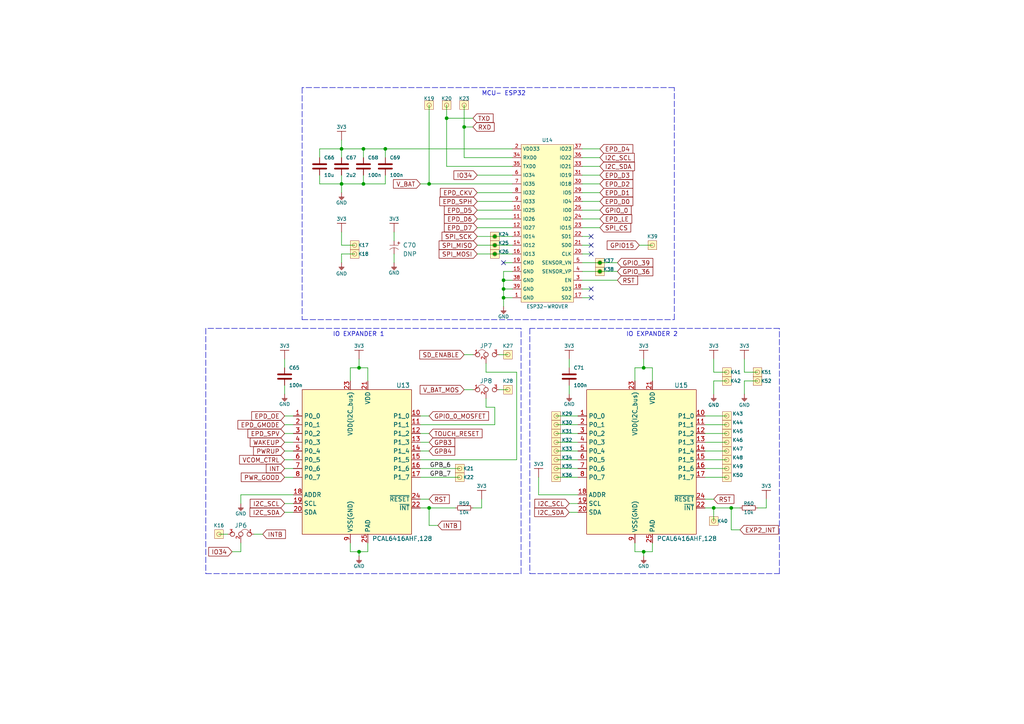
<source format=kicad_sch>
(kicad_sch (version 20211123) (generator eeschema)

  (uuid 101b0da8-9cd6-484e-aa0b-96cf525444c4)

  (paper "A4")

  (title_block
    (title "Soldered Inkplate 6 FLICK")
    (date "2024-05-20")
    (rev "V1.2.0")
    (company "SOLDERED")
    (comment 1 "333317")
  )

  (lib_symbols
    (symbol "e-radionica.com schematics:0603C" (pin_numbers hide) (pin_names (offset 0.002)) (in_bom yes) (on_board yes)
      (property "Reference" "C" (id 0) (at 0 3.81 0)
        (effects (font (size 1 1)))
      )
      (property "Value" "0603C" (id 1) (at 0 -3.175 0)
        (effects (font (size 1 1)))
      )
      (property "Footprint" "e-radionica.com footprinti:0603C" (id 2) (at 0.635 -4.445 0)
        (effects (font (size 1 1)) hide)
      )
      (property "Datasheet" "" (id 3) (at 0 0 0)
        (effects (font (size 1 1)) hide)
      )
      (symbol "0603C_0_1"
        (polyline
          (pts
            (xy -0.635 1.905)
            (xy -0.635 -1.905)
          )
          (stroke (width 0.5) (type default) (color 0 0 0 0))
          (fill (type none))
        )
        (polyline
          (pts
            (xy 0.635 1.905)
            (xy 0.635 -1.905)
          )
          (stroke (width 0.5) (type default) (color 0 0 0 0))
          (fill (type none))
        )
      )
      (symbol "0603C_1_1"
        (pin passive line (at -2.54 0 0) (length 1.9)
          (name "~" (effects (font (size 1.27 1.27))))
          (number "1" (effects (font (size 1.27 1.27))))
        )
        (pin passive line (at 2.54 0 180) (length 1.9)
          (name "~" (effects (font (size 1.27 1.27))))
          (number "2" (effects (font (size 1.27 1.27))))
        )
      )
    )
    (symbol "e-radionica.com schematics:0603R" (pin_numbers hide) (pin_names (offset 0.254)) (in_bom yes) (on_board yes)
      (property "Reference" "R" (id 0) (at 0 1.27 0)
        (effects (font (size 1 1)))
      )
      (property "Value" "0603R" (id 1) (at 0 -1.905 0)
        (effects (font (size 1 1)))
      )
      (property "Footprint" "e-radionica.com footprinti:0603R" (id 2) (at 0 -3.81 0)
        (effects (font (size 1 1)) hide)
      )
      (property "Datasheet" "" (id 3) (at -0.635 1.905 0)
        (effects (font (size 1 1)) hide)
      )
      (symbol "0603R_0_1"
        (rectangle (start -1.905 0.635) (end 1.905 -0.635)
          (stroke (width 0.15) (type default) (color 0 0 0 0))
          (fill (type none))
        )
      )
      (symbol "0603R_1_1"
        (pin passive line (at -2.54 0 0) (length 0.63)
          (name "~" (effects (font (size 1.27 1.27))))
          (number "1" (effects (font (size 1.27 1.27))))
        )
        (pin passive line (at 2.54 0 180) (length 0.63)
          (name "~" (effects (font (size 1.27 1.27))))
          (number "2" (effects (font (size 1.27 1.27))))
        )
      )
    )
    (symbol "e-radionica.com schematics:1206C" (pin_numbers hide) (in_bom yes) (on_board yes)
      (property "Reference" "C" (id 0) (at 0 3.81 0)
        (effects (font (size 1 1)))
      )
      (property "Value" "1206C" (id 1) (at 0 -3.175 0)
        (effects (font (size 1 1)))
      )
      (property "Footprint" "e-radionica.com footprinti:1206C" (id 2) (at 0 -5.08 0)
        (effects (font (size 1 1)) hide)
      )
      (property "Datasheet" "" (id 3) (at 0 0 0)
        (effects (font (size 1 1)) hide)
      )
      (symbol "1206C_0_1"
        (polyline
          (pts
            (xy -0.635 1.905)
            (xy -0.635 -1.905)
          )
          (stroke (width 0.5) (type default) (color 0 0 0 0))
          (fill (type none))
        )
        (polyline
          (pts
            (xy 0.635 1.905)
            (xy 0.635 -1.905)
          )
          (stroke (width 0.5) (type default) (color 0 0 0 0))
          (fill (type none))
        )
      )
      (symbol "1206C_1_1"
        (pin passive line (at -2.54 0 0) (length 1.9)
          (name "~" (effects (font (size 1.27 1.27))))
          (number "1" (effects (font (size 1.27 1.27))))
        )
        (pin passive line (at 2.54 0 180) (length 1.9)
          (name "~" (effects (font (size 1.27 1.27))))
          (number "2" (effects (font (size 1.27 1.27))))
        )
      )
    )
    (symbol "e-radionica.com schematics:2917C" (pin_numbers hide) (pin_names hide) (in_bom yes) (on_board yes)
      (property "Reference" "C?" (id 0) (at 0 0 0)
        (effects (font (size 1.27 1.27)))
      )
      (property "Value" "2917C" (id 1) (at 0 0 0)
        (effects (font (size 1.27 1.27)))
      )
      (property "Footprint" "e-radionica.com footprinti:2917C" (id 2) (at 0 0 0)
        (effects (font (size 1.27 1.27)) hide)
      )
      (property "Datasheet" "" (id 3) (at 0 0 0)
        (effects (font (size 1.27 1.27)) hide)
      )
      (property "ki_description" "TANTAL CAP" (id 4) (at 0 0 0)
        (effects (font (size 1.27 1.27)) hide)
      )
      (symbol "2917C_0_0"
        (text "+" (at -0.635 -1.27 0)
          (effects (font (size 1 1)))
        )
      )
      (symbol "2917C_0_1"
        (polyline
          (pts
            (xy 0 -3.81)
            (xy 0 -1.27)
          )
          (stroke (width 0.1) (type default) (color 0 0 0 0))
          (fill (type none))
        )
        (arc (start 1.2699 -1.27) (mid 0.7439 -2.54) (end 1.2699 -3.81)
          (stroke (width 0.1) (type default) (color 0 0 0 0))
          (fill (type none))
        )
      )
      (symbol "2917C_1_1"
        (pin input line (at -1.27 -2.54 0) (length 1.27)
          (name "+" (effects (font (size 1.27 1.27))))
          (number "1" (effects (font (size 1.27 1.27))))
        )
        (pin input line (at 2.54 -2.54 180) (length 1.8)
          (name "-" (effects (font (size 1.27 1.27))))
          (number "2" (effects (font (size 1.27 1.27))))
        )
      )
    )
    (symbol "e-radionica.com schematics:3V3" (power) (pin_names (offset 0)) (in_bom yes) (on_board yes)
      (property "Reference" "#PWR" (id 0) (at 4.445 0 0)
        (effects (font (size 1 1)) hide)
      )
      (property "Value" "3V3" (id 1) (at 0 3.556 0)
        (effects (font (size 1 1)))
      )
      (property "Footprint" "" (id 2) (at 4.445 3.81 0)
        (effects (font (size 1 1)) hide)
      )
      (property "Datasheet" "" (id 3) (at 4.445 3.81 0)
        (effects (font (size 1 1)) hide)
      )
      (property "ki_keywords" "power-flag" (id 4) (at 0 0 0)
        (effects (font (size 1.27 1.27)) hide)
      )
      (property "ki_description" "Power symbol creates a global label with name \"3V3\"" (id 5) (at 0 0 0)
        (effects (font (size 1.27 1.27)) hide)
      )
      (symbol "3V3_0_1"
        (polyline
          (pts
            (xy -1.27 2.54)
            (xy 1.27 2.54)
          )
          (stroke (width 0.16) (type default) (color 0 0 0 0))
          (fill (type none))
        )
        (polyline
          (pts
            (xy 0 0)
            (xy 0 2.54)
          )
          (stroke (width 0) (type default) (color 0 0 0 0))
          (fill (type none))
        )
      )
      (symbol "3V3_1_1"
        (pin power_in line (at 0 0 90) (length 0) hide
          (name "3V3" (effects (font (size 1.27 1.27))))
          (number "1" (effects (font (size 1.27 1.27))))
        )
      )
    )
    (symbol "e-radionica.com schematics:ESP32-WROVER" (in_bom yes) (on_board yes)
      (property "Reference" "U" (id 0) (at -6.35 25.4 0)
        (effects (font (size 1 1)))
      )
      (property "Value" "ESP32-WROVER" (id 1) (at 0 -22.86 0)
        (effects (font (size 1 1)))
      )
      (property "Footprint" "e-radionica.com footprinti:ESP32-WROVER" (id 2) (at 0 -24.13 0)
        (effects (font (size 1 1)) hide)
      )
      (property "Datasheet" "" (id 3) (at 0 0 0)
        (effects (font (size 1 1)) hide)
      )
      (symbol "ESP32-WROVER_0_1"
        (rectangle (start -7.62 24.13) (end 7.62 -21.59)
          (stroke (width 0.001) (type default) (color 0 0 0 0))
          (fill (type background))
        )
      )
      (symbol "ESP32-WROVER_1_1"
        (pin power_in line (at -10.16 -20.32 0) (length 2.54)
          (name "GND" (effects (font (size 1 1))))
          (number "1" (effects (font (size 1 1))))
        )
        (pin bidirectional line (at -10.16 5.08 0) (length 2.54)
          (name "IO25" (effects (font (size 1 1))))
          (number "10" (effects (font (size 1 1))))
        )
        (pin bidirectional line (at -10.16 2.54 0) (length 2.54)
          (name "IO26" (effects (font (size 1 1))))
          (number "11" (effects (font (size 1 1))))
        )
        (pin bidirectional line (at -10.16 0 0) (length 2.54)
          (name "IO27" (effects (font (size 1 1))))
          (number "12" (effects (font (size 1 1))))
        )
        (pin bidirectional line (at -10.16 -2.54 0) (length 2.54)
          (name "IO14" (effects (font (size 1 1))))
          (number "13" (effects (font (size 1 1))))
        )
        (pin bidirectional line (at -10.16 -5.08 0) (length 2.54)
          (name "IO12" (effects (font (size 1 1))))
          (number "14" (effects (font (size 1 1))))
        )
        (pin power_in line (at -10.16 -12.7 0) (length 2.54)
          (name "GND" (effects (font (size 1 1))))
          (number "15" (effects (font (size 1 1))))
        )
        (pin bidirectional line (at -10.16 -7.62 0) (length 2.54)
          (name "IO13" (effects (font (size 1 1))))
          (number "16" (effects (font (size 1 1))))
        )
        (pin bidirectional line (at 10.16 -20.32 180) (length 2.54)
          (name "SD2" (effects (font (size 1 1))))
          (number "17" (effects (font (size 1 1))))
        )
        (pin bidirectional line (at 10.16 -17.78 180) (length 2.54)
          (name "SD3" (effects (font (size 1 1))))
          (number "18" (effects (font (size 1 1))))
        )
        (pin bidirectional line (at -10.16 -10.16 0) (length 2.54)
          (name "CMD" (effects (font (size 1 1))))
          (number "19" (effects (font (size 1 1))))
        )
        (pin power_in line (at -10.16 22.86 0) (length 2.54)
          (name "VDD33" (effects (font (size 1 1))))
          (number "2" (effects (font (size 1 1))))
        )
        (pin bidirectional line (at 10.16 -7.62 180) (length 2.54)
          (name "CLK" (effects (font (size 1 1))))
          (number "20" (effects (font (size 1 1))))
        )
        (pin bidirectional line (at 10.16 -5.08 180) (length 2.54)
          (name "SD0" (effects (font (size 1 1))))
          (number "21" (effects (font (size 1 1))))
        )
        (pin bidirectional line (at 10.16 -2.54 180) (length 2.54)
          (name "SD1" (effects (font (size 1 1))))
          (number "22" (effects (font (size 1 1))))
        )
        (pin bidirectional line (at 10.16 0 180) (length 2.54)
          (name "IO15" (effects (font (size 1 1))))
          (number "23" (effects (font (size 1 1))))
        )
        (pin bidirectional line (at 10.16 2.54 180) (length 2.54)
          (name "IO2" (effects (font (size 1 1))))
          (number "24" (effects (font (size 1 1))))
        )
        (pin bidirectional line (at 10.16 5.08 180) (length 2.54)
          (name "IO0" (effects (font (size 1 1))))
          (number "25" (effects (font (size 1 1))))
        )
        (pin bidirectional line (at 10.16 7.62 180) (length 2.54)
          (name "IO4" (effects (font (size 1 1))))
          (number "26" (effects (font (size 1 1))))
        )
        (pin bidirectional line (at 10.16 10.16 180) (length 2.54)
          (name "IO5" (effects (font (size 1 1))))
          (number "29" (effects (font (size 1 1))))
        )
        (pin bidirectional line (at 10.16 -15.24 180) (length 2.54)
          (name "EN" (effects (font (size 1 1))))
          (number "3" (effects (font (size 1 1))))
        )
        (pin bidirectional line (at 10.16 12.7 180) (length 2.54)
          (name "IO18" (effects (font (size 1 1))))
          (number "30" (effects (font (size 1 1))))
        )
        (pin bidirectional line (at 10.16 15.24 180) (length 2.54)
          (name "IO19" (effects (font (size 1 1))))
          (number "31" (effects (font (size 1 1))))
        )
        (pin bidirectional line (at 10.16 17.78 180) (length 2.54)
          (name "IO21" (effects (font (size 1 1))))
          (number "33" (effects (font (size 1 1))))
        )
        (pin bidirectional line (at -10.16 20.32 0) (length 2.54)
          (name "RXD0" (effects (font (size 1 1))))
          (number "34" (effects (font (size 1 1))))
        )
        (pin bidirectional line (at -10.16 17.78 0) (length 2.54)
          (name "TXD0" (effects (font (size 1 1))))
          (number "35" (effects (font (size 1 1))))
        )
        (pin bidirectional line (at 10.16 20.32 180) (length 2.54)
          (name "IO22" (effects (font (size 1 1))))
          (number "36" (effects (font (size 1 1))))
        )
        (pin bidirectional line (at 10.16 22.86 180) (length 2.54)
          (name "IO23" (effects (font (size 1 1))))
          (number "37" (effects (font (size 1 1))))
        )
        (pin power_in line (at -10.16 -15.24 0) (length 2.54)
          (name "GND" (effects (font (size 1 1))))
          (number "38" (effects (font (size 1 1))))
        )
        (pin power_in line (at -10.16 -17.78 0) (length 2.54)
          (name "GND" (effects (font (size 1 1))))
          (number "39" (effects (font (size 1 1))))
        )
        (pin bidirectional line (at 10.16 -12.7 180) (length 2.54)
          (name "SENSOR_VP" (effects (font (size 1 1))))
          (number "4" (effects (font (size 1 1))))
        )
        (pin bidirectional line (at 10.16 -10.16 180) (length 2.54)
          (name "SENSOR_VN" (effects (font (size 1 1))))
          (number "5" (effects (font (size 1 1))))
        )
        (pin bidirectional line (at -10.16 15.24 0) (length 2.54)
          (name "IO34" (effects (font (size 1 1))))
          (number "6" (effects (font (size 1 1))))
        )
        (pin bidirectional line (at -10.16 12.7 0) (length 2.54)
          (name "IO35" (effects (font (size 1 1))))
          (number "7" (effects (font (size 1 1))))
        )
        (pin bidirectional line (at -10.16 10.16 0) (length 2.54)
          (name "IO32" (effects (font (size 1 1))))
          (number "8" (effects (font (size 1 1))))
        )
        (pin bidirectional line (at -10.16 7.62 0) (length 2.54)
          (name "IO33" (effects (font (size 1 1))))
          (number "9" (effects (font (size 1 1))))
        )
      )
    )
    (symbol "e-radionica.com schematics:GND" (power) (pin_names (offset 0)) (in_bom yes) (on_board yes)
      (property "Reference" "#PWR" (id 0) (at 4.445 0 0)
        (effects (font (size 1 1)) hide)
      )
      (property "Value" "GND" (id 1) (at 0 -2.921 0)
        (effects (font (size 1 1)))
      )
      (property "Footprint" "" (id 2) (at 4.445 3.81 0)
        (effects (font (size 1 1)) hide)
      )
      (property "Datasheet" "" (id 3) (at 4.445 3.81 0)
        (effects (font (size 1 1)) hide)
      )
      (property "ki_keywords" "power-flag" (id 4) (at 0 0 0)
        (effects (font (size 1.27 1.27)) hide)
      )
      (property "ki_description" "Power symbol creates a global label with name \"GND\"" (id 5) (at 0 0 0)
        (effects (font (size 1.27 1.27)) hide)
      )
      (symbol "GND_0_1"
        (polyline
          (pts
            (xy -0.762 -1.27)
            (xy 0.762 -1.27)
          )
          (stroke (width 0.16) (type default) (color 0 0 0 0))
          (fill (type none))
        )
        (polyline
          (pts
            (xy -0.635 -1.524)
            (xy 0.635 -1.524)
          )
          (stroke (width 0.16) (type default) (color 0 0 0 0))
          (fill (type none))
        )
        (polyline
          (pts
            (xy -0.381 -1.778)
            (xy 0.381 -1.778)
          )
          (stroke (width 0.16) (type default) (color 0 0 0 0))
          (fill (type none))
        )
        (polyline
          (pts
            (xy -0.127 -2.032)
            (xy 0.127 -2.032)
          )
          (stroke (width 0.16) (type default) (color 0 0 0 0))
          (fill (type none))
        )
        (polyline
          (pts
            (xy 0 0)
            (xy 0 -1.27)
          )
          (stroke (width 0.16) (type default) (color 0 0 0 0))
          (fill (type none))
        )
      )
      (symbol "GND_1_1"
        (pin power_in line (at 0 0 270) (length 0) hide
          (name "GND" (effects (font (size 1.27 1.27))))
          (number "1" (effects (font (size 1.27 1.27))))
        )
      )
    )
    (symbol "e-radionica.com schematics:HEADER_MALE_1X1_Inkplate" (pin_numbers hide) (pin_names hide) (in_bom yes) (on_board yes)
      (property "Reference" "K" (id 0) (at 0 2.54 0)
        (effects (font (size 1 1)))
      )
      (property "Value" "HEADER_MALE_1X1_Inkplate" (id 1) (at 0 -2.54 0)
        (effects (font (size 1 1)))
      )
      (property "Footprint" "e-radionica.com footprinti:HEADER_MALE_1X1_Inkplate" (id 2) (at 0 -5.08 0)
        (effects (font (size 1 1)) hide)
      )
      (property "Datasheet" "" (id 3) (at 0 0 0)
        (effects (font (size 1 1)) hide)
      )
      (symbol "HEADER_MALE_1X1_Inkplate_0_1"
        (rectangle (start -1.27 1.27) (end 1.27 -1.27)
          (stroke (width 0.001) (type default) (color 0 0 0 0))
          (fill (type background))
        )
        (circle (center 0 0) (radius 0.635)
          (stroke (width 0.0006) (type default) (color 0 0 0 0))
          (fill (type none))
        )
      )
      (symbol "HEADER_MALE_1X1_Inkplate_1_1"
        (pin passive line (at 0 0 180) (length 0)
          (name "~" (effects (font (size 1 1))))
          (number "1" (effects (font (size 1 1))))
        )
      )
    )
    (symbol "e-radionica.com schematics:PCAL6416AHF,128" (in_bom yes) (on_board yes)
      (property "Reference" "U" (id 0) (at 1.27 -5.08 0)
        (effects (font (size 1.27 1.27)))
      )
      (property "Value" "PCAL6416AHF,128" (id 1) (at 1.27 0 0)
        (effects (font (size 1.27 1.27)))
      )
      (property "Footprint" "e-radionica.com footprinti:PCAL6416AHF,128" (id 2) (at 0 31.75 0)
        (effects (font (size 1.27 1.27)) hide)
      )
      (property "Datasheet" "" (id 3) (at -15.24 11.43 0)
        (effects (font (size 1.27 1.27)) hide)
      )
      (symbol "PCAL6416AHF,128_0_0"
        (rectangle (start -15.24 20.32) (end 16.51 -21.59)
          (stroke (width 0) (type default) (color 0 0 0 0))
          (fill (type background))
        )
        (pin passive line (at 3.81 -24.13 90) (length 2.54)
          (name "PAD" (effects (font (size 1.27 1.27))))
          (number "25" (effects (font (size 1.27 1.27))))
        )
      )
      (symbol "PCAL6416AHF,128_1_1"
        (pin passive line (at -17.78 12.7 0) (length 2.54)
          (name "P0_0" (effects (font (size 1.27 1.27))))
          (number "1" (effects (font (size 1.27 1.27))))
        )
        (pin passive line (at 19.05 12.7 180) (length 2.54)
          (name "P1_0" (effects (font (size 1.27 1.27))))
          (number "10" (effects (font (size 1.27 1.27))))
        )
        (pin passive line (at 19.05 10.16 180) (length 2.54)
          (name "P1_1" (effects (font (size 1.27 1.27))))
          (number "11" (effects (font (size 1.27 1.27))))
        )
        (pin passive line (at 19.05 7.62 180) (length 2.54)
          (name "P1_2" (effects (font (size 1.27 1.27))))
          (number "12" (effects (font (size 1.27 1.27))))
        )
        (pin passive line (at 19.05 5.08 180) (length 2.54)
          (name "P1_3" (effects (font (size 1.27 1.27))))
          (number "13" (effects (font (size 1.27 1.27))))
        )
        (pin passive line (at 19.05 2.54 180) (length 2.54)
          (name "P1_4" (effects (font (size 1.27 1.27))))
          (number "14" (effects (font (size 1.27 1.27))))
        )
        (pin passive line (at 19.05 0 180) (length 2.54)
          (name "P1_5" (effects (font (size 1.27 1.27))))
          (number "15" (effects (font (size 1.27 1.27))))
        )
        (pin passive line (at 19.05 -2.54 180) (length 2.54)
          (name "P1_6" (effects (font (size 1.27 1.27))))
          (number "16" (effects (font (size 1.27 1.27))))
        )
        (pin passive line (at 19.05 -5.08 180) (length 2.54)
          (name "P1_7" (effects (font (size 1.27 1.27))))
          (number "17" (effects (font (size 1.27 1.27))))
        )
        (pin passive line (at -17.78 -10.16 0) (length 2.54)
          (name "ADDR" (effects (font (size 1.27 1.27))))
          (number "18" (effects (font (size 1.27 1.27))))
        )
        (pin passive line (at -17.78 -12.7 0) (length 2.54)
          (name "SCL" (effects (font (size 1.27 1.27))))
          (number "19" (effects (font (size 1.27 1.27))))
        )
        (pin passive line (at -17.78 10.16 0) (length 2.54)
          (name "P0_1" (effects (font (size 1.27 1.27))))
          (number "2" (effects (font (size 1.27 1.27))))
        )
        (pin passive line (at -17.78 -15.24 0) (length 2.54)
          (name "SDA" (effects (font (size 1.27 1.27))))
          (number "20" (effects (font (size 1.27 1.27))))
        )
        (pin passive line (at 3.81 22.86 270) (length 2.54)
          (name "VDD" (effects (font (size 1.27 1.27))))
          (number "21" (effects (font (size 1.27 1.27))))
        )
        (pin passive line (at 19.05 -13.97 180) (length 2.54)
          (name "~{INT}" (effects (font (size 1.27 1.27))))
          (number "22" (effects (font (size 1.27 1.27))))
        )
        (pin passive line (at -1.27 22.86 270) (length 2.54)
          (name "VDD(I2C_bus)" (effects (font (size 1.27 1.27))))
          (number "23" (effects (font (size 1.27 1.27))))
        )
        (pin passive line (at 19.05 -11.43 180) (length 2.54)
          (name "~{RESET}" (effects (font (size 1.27 1.27))))
          (number "24" (effects (font (size 1.27 1.27))))
        )
        (pin passive line (at -17.78 7.62 0) (length 2.54)
          (name "P0_2" (effects (font (size 1.27 1.27))))
          (number "3" (effects (font (size 1.27 1.27))))
        )
        (pin passive line (at -17.78 5.08 0) (length 2.54)
          (name "P0_3" (effects (font (size 1.27 1.27))))
          (number "4" (effects (font (size 1.27 1.27))))
        )
        (pin passive line (at -17.78 2.54 0) (length 2.54)
          (name "P0_4" (effects (font (size 1.27 1.27))))
          (number "5" (effects (font (size 1.27 1.27))))
        )
        (pin passive line (at -17.78 0 0) (length 2.54)
          (name "P0_5" (effects (font (size 1.27 1.27))))
          (number "6" (effects (font (size 1.27 1.27))))
        )
        (pin passive line (at -17.78 -2.54 0) (length 2.54)
          (name "P0_6" (effects (font (size 1.27 1.27))))
          (number "7" (effects (font (size 1.27 1.27))))
        )
        (pin passive line (at -17.78 -5.08 0) (length 2.54)
          (name "P0_7" (effects (font (size 1.27 1.27))))
          (number "8" (effects (font (size 1.27 1.27))))
        )
        (pin passive line (at -1.27 -24.13 90) (length 2.54)
          (name "VSS(GND)" (effects (font (size 1.27 1.27))))
          (number "9" (effects (font (size 1.27 1.27))))
        )
      )
    )
    (symbol "e-radionica.com schematics:SMD_JUMPER_3_PAD_CONNECTED_LEFT_TRACE" (in_bom yes) (on_board yes)
      (property "Reference" "JP" (id 0) (at 0 2.413 0)
        (effects (font (size 1.27 1.27)))
      )
      (property "Value" "SMD_JUMPER_3_PAD_CONNECTED_LEFT_TRACE" (id 1) (at -1.27 -7.62 0)
        (effects (font (size 1.27 1.27)) hide)
      )
      (property "Footprint" "e-radionica.com footprinti:SMD_JUMPER_3_PAD_CONNECTED_LEFT_TRACE" (id 2) (at 2.54 -12.7 0)
        (effects (font (size 1.27 1.27)) hide)
      )
      (property "Datasheet" "" (id 3) (at 1.27 0 0)
        (effects (font (size 1.27 1.27)) hide)
      )
      (symbol "SMD_JUMPER_3_PAD_CONNECTED_LEFT_TRACE_0_1"
        (arc (start 0 0.635) (mid -1.2065 1.4342) (end -2.413 0.635)
          (stroke (width 0.1) (type default) (color 0 0 0 0))
          (fill (type none))
        )
      )
      (symbol "SMD_JUMPER_3_PAD_CONNECTED_LEFT_TRACE_1_1"
        (pin passive inverted (at -3.81 0 0) (length 2)
          (name "" (effects (font (size 1 1))))
          (number "1" (effects (font (size 1 1))))
        )
        (pin passive inverted (at 0 -2.54 90) (length 3.2)
          (name "" (effects (font (size 1 1))))
          (number "2" (effects (font (size 1 1))))
        )
        (pin passive inverted (at 3.81 0 180) (length 2)
          (name "" (effects (font (size 1 1))))
          (number "3" (effects (font (size 1 1))))
        )
      )
    )
  )

  (junction (at 186.69 160.02) (diameter 0) (color 0 0 0 0)
    (uuid 06a1b44e-7d42-41ef-829b-c34a03fa1f03)
  )
  (junction (at 207.01 147.32) (diameter 0) (color 0 0 0 0)
    (uuid 0896ccfc-2f22-4d17-8907-6398364f9f11)
  )
  (junction (at 104.14 106.68) (diameter 0) (color 0 0 0 0)
    (uuid 1a9a959e-0a52-4626-933b-0463bab14cd1)
  )
  (junction (at 212.09 147.32) (diameter 0) (color 0 0 0 0)
    (uuid 1bd91773-f3e3-459a-b469-97131bbef129)
  )
  (junction (at 124.46 147.32) (diameter 0) (color 0 0 0 0)
    (uuid 31b5d936-ef9d-4cf8-ab86-86b185589578)
  )
  (junction (at 146.05 83.82) (diameter 0) (color 0 0 0 0)
    (uuid 32071ba7-e5ce-4538-b336-0b30651e7089)
  )
  (junction (at 173.99 78.74) (diameter 0) (color 0 0 0 0)
    (uuid 37203593-109a-435d-8ee6-ce5c17c08144)
  )
  (junction (at 129.54 34.29) (diameter 0) (color 0 0 0 0)
    (uuid 415f5d41-6046-470e-8fb2-911acea06d63)
  )
  (junction (at 105.41 53.34) (diameter 0) (color 0 0 0 0)
    (uuid 4dad6dde-886f-4e1c-a2e4-fc08bb4f36ea)
  )
  (junction (at 173.99 76.2) (diameter 0) (color 0 0 0 0)
    (uuid 5acde195-1842-4fc6-958a-ba074b855c94)
  )
  (junction (at 105.41 43.18) (diameter 0) (color 0 0 0 0)
    (uuid 5fffe428-c910-4b31-92de-024d4c884e91)
  )
  (junction (at 111.76 43.18) (diameter 0) (color 0 0 0 0)
    (uuid 66bf15f7-d531-4cb0-9490-dc01654cab61)
  )
  (junction (at 186.69 106.68) (diameter 0) (color 0 0 0 0)
    (uuid 7017459e-be07-4196-afe3-e328e72ddb5a)
  )
  (junction (at 99.06 43.18) (diameter 0) (color 0 0 0 0)
    (uuid 74bddf39-7cb5-4ae0-8987-ff174d39cc5c)
  )
  (junction (at 124.46 53.34) (diameter 0) (color 0 0 0 0)
    (uuid 7e75b9e1-4c59-4a49-b2c5-ebff99ca675f)
  )
  (junction (at 143.51 71.12) (diameter 0) (color 0 0 0 0)
    (uuid 83ca02ee-4f50-4e9b-be66-82aa11dc2ab9)
  )
  (junction (at 143.51 73.66) (diameter 0) (color 0 0 0 0)
    (uuid 9b677851-f050-47de-8b1b-a56e2dd3fea2)
  )
  (junction (at 104.14 160.02) (diameter 0) (color 0 0 0 0)
    (uuid b440457c-7fcd-4d34-97e8-ccc5de2c97b1)
  )
  (junction (at 99.06 53.34) (diameter 0) (color 0 0 0 0)
    (uuid bb239082-59ce-47f4-8281-c6c3aa67bba3)
  )
  (junction (at 143.51 68.58) (diameter 0) (color 0 0 0 0)
    (uuid ca483bf9-0cfa-4122-aa8a-01a7f0be67ac)
  )
  (junction (at 134.62 36.83) (diameter 0) (color 0 0 0 0)
    (uuid cb83edc1-ff0c-445a-b216-d4ec4f634f04)
  )
  (junction (at 146.05 81.28) (diameter 0) (color 0 0 0 0)
    (uuid cfb7b35b-eb3f-473e-8844-b32ce27bf9da)
  )
  (junction (at 146.05 86.36) (diameter 0) (color 0 0 0 0)
    (uuid e20c0e2f-d93c-42f4-8a44-bd253c72409a)
  )

  (no_connect (at 171.45 86.36) (uuid 27c8ab7e-c3ad-4396-ae64-4059c64b0513))
  (no_connect (at 171.45 83.82) (uuid 6240c00a-c8d7-4dd6-a50e-5bc643b9e0b2))
  (no_connect (at 171.45 68.58) (uuid 6e6dfd0e-dbb7-4afa-81ac-ccc036ffcad2))
  (no_connect (at 146.05 76.2) (uuid 7e0a459b-abcd-46da-b74f-d39bc225048d))
  (no_connect (at 171.45 71.12) (uuid 8ff370d7-1765-4011-b9df-fd78d27361b1))
  (no_connect (at 171.45 73.66) (uuid d55a359f-4969-49ff-bd19-16164a816dd9))

  (wire (pts (xy 165.1 148.59) (xy 167.64 148.59))
    (stroke (width 0) (type default) (color 0 0 0 0))
    (uuid 00a4e24d-a068-4ebb-8c1f-6566a4419a35)
  )
  (wire (pts (xy 212.09 153.67) (xy 212.09 147.32))
    (stroke (width 0) (type default) (color 0 0 0 0))
    (uuid 03f665c4-a01f-4b95-9c00-12e262b0726a)
  )
  (wire (pts (xy 140.97 118.11) (xy 143.51 118.11))
    (stroke (width 0) (type default) (color 0 0 0 0))
    (uuid 0553ef71-7843-4a5c-9c78-f9e818e3eded)
  )
  (wire (pts (xy 106.68 110.49) (xy 106.68 106.68))
    (stroke (width 0) (type default) (color 0 0 0 0))
    (uuid 056397d4-547c-4f6b-bdfc-882596caa625)
  )
  (wire (pts (xy 168.91 48.26) (xy 173.99 48.26))
    (stroke (width 0) (type default) (color 0 0 0 0))
    (uuid 0674f67c-f14e-43c9-b70e-d5ee0ead4591)
  )
  (wire (pts (xy 184.15 110.49) (xy 184.15 106.68))
    (stroke (width 0) (type default) (color 0 0 0 0))
    (uuid 089fb171-29ab-49c4-b5c3-5bf4a8988467)
  )
  (wire (pts (xy 222.25 147.32) (xy 222.25 144.78))
    (stroke (width 0) (type default) (color 0 0 0 0))
    (uuid 091343fa-4f87-4948-a8ab-1f26dfd34ffa)
  )
  (wire (pts (xy 204.47 138.43) (xy 210.82 138.43))
    (stroke (width 0) (type default) (color 0 0 0 0))
    (uuid 0b9a80fa-c33d-44bc-99bf-2feb387b3a3f)
  )
  (wire (pts (xy 134.62 36.83) (xy 137.16 36.83))
    (stroke (width 0) (type default) (color 0 0 0 0))
    (uuid 0b9e13b9-9de7-48b5-8785-8a7d4344d282)
  )
  (wire (pts (xy 161.29 135.89) (xy 167.64 135.89))
    (stroke (width 0) (type default) (color 0 0 0 0))
    (uuid 0c107909-e29d-4c76-9a99-cdd7c2af6d7a)
  )
  (wire (pts (xy 146.05 81.28) (xy 146.05 83.82))
    (stroke (width 0) (type default) (color 0 0 0 0))
    (uuid 0dec5574-8bbc-4f23-b638-982df3c70add)
  )
  (polyline (pts (xy 195.58 92.71) (xy 195.58 25.4))
    (stroke (width 0) (type default) (color 0 0 0 0))
    (uuid 101ce8e0-4cc9-407c-b684-0f90458477a1)
  )

  (wire (pts (xy 82.55 135.89) (xy 85.09 135.89))
    (stroke (width 0) (type default) (color 0 0 0 0))
    (uuid 141c30aa-d835-4175-bf26-0904b005770c)
  )
  (wire (pts (xy 139.7 144.78) (xy 139.7 147.32))
    (stroke (width 0) (type default) (color 0 0 0 0))
    (uuid 1686e070-c582-4fe8-8c50-ce13f03279db)
  )
  (wire (pts (xy 124.46 147.32) (xy 124.46 152.4))
    (stroke (width 0) (type default) (color 0 0 0 0))
    (uuid 174cdfc5-2622-4a06-8d16-2e0337ac1a3f)
  )
  (wire (pts (xy 168.91 45.72) (xy 173.99 45.72))
    (stroke (width 0) (type default) (color 0 0 0 0))
    (uuid 179628a1-e1d4-46bd-ad2a-7d4d13967bbf)
  )
  (wire (pts (xy 165.1 104.14) (xy 165.1 106.68))
    (stroke (width 0) (type default) (color 0 0 0 0))
    (uuid 19747931-4ad5-411a-83e4-22a553793d4a)
  )
  (wire (pts (xy 168.91 78.74) (xy 173.99 78.74))
    (stroke (width 0) (type default) (color 0 0 0 0))
    (uuid 1a4a3cbb-573f-4133-b15d-ebe5c82c1417)
  )
  (wire (pts (xy 161.29 120.65) (xy 167.64 120.65))
    (stroke (width 0) (type default) (color 0 0 0 0))
    (uuid 1aa6efad-f40f-4289-83be-468ebc960730)
  )
  (wire (pts (xy 104.14 104.14) (xy 104.14 106.68))
    (stroke (width 0) (type default) (color 0 0 0 0))
    (uuid 1ad1627f-e4ff-4af7-b7b8-c7e9d6f07d26)
  )
  (wire (pts (xy 168.91 73.66) (xy 171.45 73.66))
    (stroke (width 0) (type default) (color 0 0 0 0))
    (uuid 1b92ca25-8a24-4783-bb09-a44463c26d3b)
  )
  (wire (pts (xy 99.06 43.18) (xy 105.41 43.18))
    (stroke (width 0) (type default) (color 0 0 0 0))
    (uuid 1c3daa81-2a18-4aaa-90cf-31687c905b36)
  )
  (wire (pts (xy 99.06 53.34) (xy 99.06 55.88))
    (stroke (width 0) (type default) (color 0 0 0 0))
    (uuid 1d6cd0aa-9c99-4377-99c8-2f769057c9c9)
  )
  (wire (pts (xy 134.62 45.72) (xy 134.62 36.83))
    (stroke (width 0) (type default) (color 0 0 0 0))
    (uuid 1dbe4412-ba7f-4159-abcb-b9e132d4faae)
  )
  (wire (pts (xy 184.15 106.68) (xy 186.69 106.68))
    (stroke (width 0) (type default) (color 0 0 0 0))
    (uuid 1e1f7989-d40e-4bcf-a58c-1e629fbfb35f)
  )
  (wire (pts (xy 144.78 102.87) (xy 147.32 102.87))
    (stroke (width 0) (type default) (color 0 0 0 0))
    (uuid 1e83a732-3176-4550-8a6c-34b4ca61ef08)
  )
  (wire (pts (xy 101.6 106.68) (xy 104.14 106.68))
    (stroke (width 0) (type default) (color 0 0 0 0))
    (uuid 1fc8f0cf-6122-4210-84b1-3477c6976178)
  )
  (wire (pts (xy 104.14 106.68) (xy 106.68 106.68))
    (stroke (width 0) (type default) (color 0 0 0 0))
    (uuid 20faa90a-5ead-43c9-9eae-845f550dbb81)
  )
  (wire (pts (xy 146.05 76.2) (xy 148.59 76.2))
    (stroke (width 0) (type default) (color 0 0 0 0))
    (uuid 21d58e82-07f7-403f-a8f0-d9503cc258a3)
  )
  (polyline (pts (xy 87.63 25.4) (xy 87.63 92.71))
    (stroke (width 0) (type default) (color 0 0 0 0))
    (uuid 2250da76-9bd6-45ba-8185-0e064f03376b)
  )

  (wire (pts (xy 161.29 138.43) (xy 167.64 138.43))
    (stroke (width 0) (type default) (color 0 0 0 0))
    (uuid 2331f664-db2d-4333-ad23-a9a7d550652a)
  )
  (wire (pts (xy 129.54 34.29) (xy 129.54 30.48))
    (stroke (width 0) (type default) (color 0 0 0 0))
    (uuid 25f1f456-c2ce-4d97-8563-42c5aca4f204)
  )
  (wire (pts (xy 167.64 143.51) (xy 156.21 143.51))
    (stroke (width 0) (type default) (color 0 0 0 0))
    (uuid 26db3689-eeaf-4e86-9b17-d7657935bf7c)
  )
  (wire (pts (xy 149.86 107.95) (xy 149.86 133.35))
    (stroke (width 0) (type default) (color 0 0 0 0))
    (uuid 26ec31ed-3625-4f9f-b5e0-097e535d7c2b)
  )
  (wire (pts (xy 82.55 130.81) (xy 85.09 130.81))
    (stroke (width 0) (type default) (color 0 0 0 0))
    (uuid 27ea7d77-806a-482f-a573-92746134c254)
  )
  (wire (pts (xy 138.43 68.58) (xy 143.51 68.58))
    (stroke (width 0) (type default) (color 0 0 0 0))
    (uuid 2815de2f-1809-4246-9767-a0013af3bc29)
  )
  (polyline (pts (xy 59.69 166.37) (xy 151.13 166.37))
    (stroke (width 0) (type default) (color 0 0 0 0))
    (uuid 2c6b3b00-faa5-4750-a8e4-81fd6da7f2ad)
  )

  (wire (pts (xy 105.41 43.18) (xy 111.76 43.18))
    (stroke (width 0) (type default) (color 0 0 0 0))
    (uuid 2db2b0b7-fdb8-4924-9d79-f0e4da0f20f7)
  )
  (wire (pts (xy 204.47 123.19) (xy 210.82 123.19))
    (stroke (width 0) (type default) (color 0 0 0 0))
    (uuid 307b43fe-466c-4be6-8b4b-8df65c25f9fb)
  )
  (wire (pts (xy 146.05 81.28) (xy 148.59 81.28))
    (stroke (width 0) (type default) (color 0 0 0 0))
    (uuid 315c4d78-f987-4eb1-b61c-c6f6b1004e40)
  )
  (wire (pts (xy 69.85 160.02) (xy 69.85 157.48))
    (stroke (width 0) (type default) (color 0 0 0 0))
    (uuid 31be1d0f-9f6f-45ac-9c26-a8fd1da98e7a)
  )
  (polyline (pts (xy 153.67 95.25) (xy 153.67 166.37))
    (stroke (width 0) (type default) (color 0 0 0 0))
    (uuid 334f34da-03c8-4920-9214-b353a8b064eb)
  )

  (wire (pts (xy 146.05 78.74) (xy 146.05 81.28))
    (stroke (width 0) (type default) (color 0 0 0 0))
    (uuid 33a07ee4-1783-4682-bee0-db01ba6c48e7)
  )
  (wire (pts (xy 99.06 71.12) (xy 99.06 67.31))
    (stroke (width 0) (type default) (color 0 0 0 0))
    (uuid 33dc29e7-d76c-4aa6-bdf4-97a92be4f4b5)
  )
  (wire (pts (xy 143.51 68.58) (xy 148.59 68.58))
    (stroke (width 0) (type default) (color 0 0 0 0))
    (uuid 33ddc07c-f7b1-4116-af85-2105c9e72dbb)
  )
  (wire (pts (xy 111.76 53.34) (xy 111.76 50.8))
    (stroke (width 0) (type default) (color 0 0 0 0))
    (uuid 361f99e7-471a-479e-9c7d-ed5e6f294edc)
  )
  (wire (pts (xy 138.43 58.42) (xy 148.59 58.42))
    (stroke (width 0) (type default) (color 0 0 0 0))
    (uuid 3afa886a-c958-48a9-820d-408a49993852)
  )
  (wire (pts (xy 204.47 120.65) (xy 210.82 120.65))
    (stroke (width 0) (type default) (color 0 0 0 0))
    (uuid 3bab742b-240d-4ed1-9a2b-04764fb6fbf6)
  )
  (wire (pts (xy 168.91 58.42) (xy 173.99 58.42))
    (stroke (width 0) (type default) (color 0 0 0 0))
    (uuid 3c8643c7-07f7-490f-8e1b-51cc41825ad3)
  )
  (wire (pts (xy 173.99 78.74) (xy 179.07 78.74))
    (stroke (width 0) (type default) (color 0 0 0 0))
    (uuid 3cd96a0a-2666-42d1-bf49-33c085dd5dfa)
  )
  (wire (pts (xy 139.7 147.32) (xy 137.16 147.32))
    (stroke (width 0) (type default) (color 0 0 0 0))
    (uuid 3cee6a1f-ee16-4981-99be-929bce78c953)
  )
  (wire (pts (xy 148.59 78.74) (xy 146.05 78.74))
    (stroke (width 0) (type default) (color 0 0 0 0))
    (uuid 3ebb3ba2-fa52-42fc-b7fc-1fb537cc2ea3)
  )
  (wire (pts (xy 134.62 102.87) (xy 137.16 102.87))
    (stroke (width 0) (type default) (color 0 0 0 0))
    (uuid 3f72080b-8b62-4281-a5f6-b3e8b8264eb2)
  )
  (wire (pts (xy 121.92 135.89) (xy 133.35 135.89))
    (stroke (width 0) (type default) (color 0 0 0 0))
    (uuid 4005dc0c-fe50-4e3a-8b28-0bedb6c218fd)
  )
  (wire (pts (xy 185.42 71.12) (xy 189.23 71.12))
    (stroke (width 0) (type default) (color 0 0 0 0))
    (uuid 40488114-aeaf-4329-843d-f7316a78d906)
  )
  (wire (pts (xy 173.99 76.2) (xy 179.07 76.2))
    (stroke (width 0) (type default) (color 0 0 0 0))
    (uuid 40a279c7-7bd5-417c-a38f-7163f340fade)
  )
  (wire (pts (xy 168.91 66.04) (xy 173.99 66.04))
    (stroke (width 0) (type default) (color 0 0 0 0))
    (uuid 418650dc-3359-4312-a083-9e68d2158086)
  )
  (wire (pts (xy 114.3 67.31) (xy 114.3 69.85))
    (stroke (width 0) (type default) (color 0 0 0 0))
    (uuid 448482d8-5448-43e2-9049-083594a9da23)
  )
  (wire (pts (xy 92.71 50.8) (xy 92.71 53.34))
    (stroke (width 0) (type default) (color 0 0 0 0))
    (uuid 44d36257-9c27-48a4-b039-a112f8c42aad)
  )
  (wire (pts (xy 168.91 76.2) (xy 173.99 76.2))
    (stroke (width 0) (type default) (color 0 0 0 0))
    (uuid 45af2654-80ce-46e4-9e95-96c2719d5603)
  )
  (wire (pts (xy 186.69 161.29) (xy 186.69 160.02))
    (stroke (width 0) (type default) (color 0 0 0 0))
    (uuid 471310c9-a15e-47f3-8336-4cffde13ed1d)
  )
  (wire (pts (xy 67.31 160.02) (xy 69.85 160.02))
    (stroke (width 0) (type default) (color 0 0 0 0))
    (uuid 47d8f776-5a55-4a35-bd47-2ed480e702e3)
  )
  (wire (pts (xy 143.51 73.66) (xy 148.59 73.66))
    (stroke (width 0) (type default) (color 0 0 0 0))
    (uuid 47fda8c7-2732-418a-a28a-4e026b9c0d47)
  )
  (polyline (pts (xy 87.63 92.71) (xy 195.58 92.71))
    (stroke (width 0) (type default) (color 0 0 0 0))
    (uuid 491cb6aa-fed1-4ee2-af05-810ba60e20a7)
  )

  (wire (pts (xy 138.43 60.96) (xy 148.59 60.96))
    (stroke (width 0) (type default) (color 0 0 0 0))
    (uuid 49bc4d43-3978-45c2-9c5a-d6d9311b81d3)
  )
  (wire (pts (xy 82.55 146.05) (xy 85.09 146.05))
    (stroke (width 0) (type default) (color 0 0 0 0))
    (uuid 4c0f046d-8502-4ae3-89f9-4d2371c05fb7)
  )
  (wire (pts (xy 168.91 68.58) (xy 171.45 68.58))
    (stroke (width 0) (type default) (color 0 0 0 0))
    (uuid 4cd6b6e4-162e-4339-b8f1-0e9f24f0fd48)
  )
  (wire (pts (xy 124.46 147.32) (xy 132.08 147.32))
    (stroke (width 0) (type default) (color 0 0 0 0))
    (uuid 4e2a946c-dfa5-47f2-8d3a-6ada7fb28666)
  )
  (wire (pts (xy 168.91 43.18) (xy 173.99 43.18))
    (stroke (width 0) (type default) (color 0 0 0 0))
    (uuid 4f31675a-7bfa-459d-8fb7-c7d603a10662)
  )
  (wire (pts (xy 111.76 43.18) (xy 148.59 43.18))
    (stroke (width 0) (type default) (color 0 0 0 0))
    (uuid 51c49085-a455-4292-bdcb-2456382d78b8)
  )
  (wire (pts (xy 99.06 73.66) (xy 102.87 73.66))
    (stroke (width 0) (type default) (color 0 0 0 0))
    (uuid 51d432dc-8e05-4d91-84e8-72f7f16dc93c)
  )
  (wire (pts (xy 140.97 107.95) (xy 149.86 107.95))
    (stroke (width 0) (type default) (color 0 0 0 0))
    (uuid 525e7977-580d-4e39-9ec1-3751bbec090b)
  )
  (wire (pts (xy 204.47 135.89) (xy 210.82 135.89))
    (stroke (width 0) (type default) (color 0 0 0 0))
    (uuid 56625ba1-14c8-4886-9f06-00ada327e011)
  )
  (wire (pts (xy 204.47 144.78) (xy 207.01 144.78))
    (stroke (width 0) (type default) (color 0 0 0 0))
    (uuid 5937ab44-5139-4b85-a0aa-30ae85d4f12a)
  )
  (wire (pts (xy 204.47 130.81) (xy 210.82 130.81))
    (stroke (width 0) (type default) (color 0 0 0 0))
    (uuid 5ba3407c-8b71-4786-aa3e-34f0799cf43b)
  )
  (wire (pts (xy 69.85 146.05) (xy 69.85 143.51))
    (stroke (width 0) (type default) (color 0 0 0 0))
    (uuid 5de1ec50-860f-4c07-b6aa-3bdf21e888b0)
  )
  (wire (pts (xy 168.91 53.34) (xy 173.99 53.34))
    (stroke (width 0) (type default) (color 0 0 0 0))
    (uuid 60310bed-a592-4ab2-bead-e939882c5f42)
  )
  (wire (pts (xy 92.71 45.72) (xy 92.71 43.18))
    (stroke (width 0) (type default) (color 0 0 0 0))
    (uuid 636ff518-667a-44c9-a238-6cfdde3f0ea6)
  )
  (wire (pts (xy 105.41 45.72) (xy 105.41 43.18))
    (stroke (width 0) (type default) (color 0 0 0 0))
    (uuid 64edb4cc-89f6-48ea-b13c-eb17dfa5e5d6)
  )
  (wire (pts (xy 138.43 71.12) (xy 143.51 71.12))
    (stroke (width 0) (type default) (color 0 0 0 0))
    (uuid 6699c7b9-1b7f-4d09-87c1-e58926f543d5)
  )
  (wire (pts (xy 140.97 105.41) (xy 140.97 107.95))
    (stroke (width 0) (type default) (color 0 0 0 0))
    (uuid 67d35dd4-1c5c-4680-a73c-73e433f6bccf)
  )
  (wire (pts (xy 189.23 110.49) (xy 189.23 106.68))
    (stroke (width 0) (type default) (color 0 0 0 0))
    (uuid 685d1532-0253-4ae6-aaf8-5b6ad6297fed)
  )
  (wire (pts (xy 140.97 115.57) (xy 140.97 118.11))
    (stroke (width 0) (type default) (color 0 0 0 0))
    (uuid 68f6d529-3fd0-4be6-931e-5aaa1aab1e47)
  )
  (wire (pts (xy 101.6 157.48) (xy 101.6 160.02))
    (stroke (width 0) (type default) (color 0 0 0 0))
    (uuid 690cd72b-67da-444a-a8b8-39eb3919a77a)
  )
  (wire (pts (xy 161.29 123.19) (xy 167.64 123.19))
    (stroke (width 0) (type default) (color 0 0 0 0))
    (uuid 69ffed0b-906a-4627-a7fa-6a1f4b754ad7)
  )
  (wire (pts (xy 210.82 107.95) (xy 207.01 107.95))
    (stroke (width 0) (type default) (color 0 0 0 0))
    (uuid 6b80012d-a839-421f-9ada-d3040024bf5e)
  )
  (wire (pts (xy 129.54 34.29) (xy 137.16 34.29))
    (stroke (width 0) (type default) (color 0 0 0 0))
    (uuid 6f69d369-e6ef-4a79-b7fd-0fd45cd46da5)
  )
  (wire (pts (xy 148.59 86.36) (xy 146.05 86.36))
    (stroke (width 0) (type default) (color 0 0 0 0))
    (uuid 7124e3fd-615a-48d7-9de5-17bf79374bd4)
  )
  (wire (pts (xy 204.47 128.27) (xy 210.82 128.27))
    (stroke (width 0) (type default) (color 0 0 0 0))
    (uuid 719609dd-45c0-4580-959e-300979e35412)
  )
  (wire (pts (xy 138.43 66.04) (xy 148.59 66.04))
    (stroke (width 0) (type default) (color 0 0 0 0))
    (uuid 76ea6d8e-0924-4398-9993-29c42c276c0a)
  )
  (wire (pts (xy 189.23 160.02) (xy 189.23 157.48))
    (stroke (width 0) (type default) (color 0 0 0 0))
    (uuid 77d1ea66-d3e6-44a0-8e54-9813165a85d2)
  )
  (wire (pts (xy 165.1 111.76) (xy 165.1 114.3))
    (stroke (width 0) (type default) (color 0 0 0 0))
    (uuid 7863b68e-34e9-4b82-aa0a-a879dde07bed)
  )
  (wire (pts (xy 99.06 50.8) (xy 99.06 53.34))
    (stroke (width 0) (type default) (color 0 0 0 0))
    (uuid 7a2f3e7c-3f85-4cce-ae3d-5f9d0edc9218)
  )
  (wire (pts (xy 207.01 147.32) (xy 207.01 151.13))
    (stroke (width 0) (type default) (color 0 0 0 0))
    (uuid 7d6c4c04-5af2-448e-9f2f-09f049faf81e)
  )
  (wire (pts (xy 82.55 123.19) (xy 85.09 123.19))
    (stroke (width 0) (type default) (color 0 0 0 0))
    (uuid 7f3fcd48-92ed-4f56-a3d1-866233873190)
  )
  (wire (pts (xy 161.29 133.35) (xy 167.64 133.35))
    (stroke (width 0) (type default) (color 0 0 0 0))
    (uuid 8080bca9-50eb-4a0e-895e-4bc19798a44b)
  )
  (wire (pts (xy 138.43 73.66) (xy 143.51 73.66))
    (stroke (width 0) (type default) (color 0 0 0 0))
    (uuid 80bf2ac1-a63b-48e1-b8e0-7e300cbda9c8)
  )
  (wire (pts (xy 161.29 130.81) (xy 167.64 130.81))
    (stroke (width 0) (type default) (color 0 0 0 0))
    (uuid 80fbca04-977b-4865-8193-2e85f4d011f7)
  )
  (wire (pts (xy 168.91 55.88) (xy 173.99 55.88))
    (stroke (width 0) (type default) (color 0 0 0 0))
    (uuid 81cd7426-b118-4847-8045-9c084171cb44)
  )
  (wire (pts (xy 207.01 107.95) (xy 207.01 104.14))
    (stroke (width 0) (type default) (color 0 0 0 0))
    (uuid 833aadd5-fa01-472a-b93e-e158835fcd5b)
  )
  (wire (pts (xy 165.1 146.05) (xy 167.64 146.05))
    (stroke (width 0) (type default) (color 0 0 0 0))
    (uuid 83f4c018-eccd-4a60-a5c1-09780d315476)
  )
  (wire (pts (xy 99.06 40.64) (xy 99.06 43.18))
    (stroke (width 0) (type default) (color 0 0 0 0))
    (uuid 86014748-c4bf-4d61-b3a6-49d988603ebe)
  )
  (wire (pts (xy 102.87 71.12) (xy 99.06 71.12))
    (stroke (width 0) (type default) (color 0 0 0 0))
    (uuid 8667d3d5-3581-4d7f-bc9d-01ed8770e8cd)
  )
  (wire (pts (xy 148.59 45.72) (xy 134.62 45.72))
    (stroke (width 0) (type default) (color 0 0 0 0))
    (uuid 8762829e-79f3-46d4-b1b9-aeca33c613ea)
  )
  (wire (pts (xy 92.71 53.34) (xy 99.06 53.34))
    (stroke (width 0) (type default) (color 0 0 0 0))
    (uuid 87659dd9-712c-4682-9a21-c4dbaec3c5d3)
  )
  (wire (pts (xy 146.05 83.82) (xy 148.59 83.82))
    (stroke (width 0) (type default) (color 0 0 0 0))
    (uuid 8986520a-56c3-407b-8f91-99375a2cb61c)
  )
  (wire (pts (xy 134.62 113.03) (xy 137.16 113.03))
    (stroke (width 0) (type default) (color 0 0 0 0))
    (uuid 8d44a999-ba27-4277-a06a-3a58ad25b53b)
  )
  (wire (pts (xy 134.62 36.83) (xy 134.62 30.48))
    (stroke (width 0) (type default) (color 0 0 0 0))
    (uuid 8f2144eb-4a20-4861-8ba1-abfeb2bc8496)
  )
  (wire (pts (xy 161.29 125.73) (xy 167.64 125.73))
    (stroke (width 0) (type default) (color 0 0 0 0))
    (uuid 9621c77a-bae0-4d8d-96f1-9bfc146da3a8)
  )
  (wire (pts (xy 101.6 160.02) (xy 104.14 160.02))
    (stroke (width 0) (type default) (color 0 0 0 0))
    (uuid 9741f04d-34f3-4188-8580-567fc6aff5cb)
  )
  (wire (pts (xy 156.21 143.51) (xy 156.21 138.43))
    (stroke (width 0) (type default) (color 0 0 0 0))
    (uuid 9760fffc-81e8-483f-9b5d-f5254aad9cd7)
  )
  (wire (pts (xy 149.86 133.35) (xy 121.92 133.35))
    (stroke (width 0) (type default) (color 0 0 0 0))
    (uuid 9a0d2284-1dc9-428e-ad15-9ecda50ca265)
  )
  (wire (pts (xy 168.91 71.12) (xy 171.45 71.12))
    (stroke (width 0) (type default) (color 0 0 0 0))
    (uuid 9ca94e92-0a4f-4ed2-b0ab-8e518d5ea915)
  )
  (wire (pts (xy 138.43 55.88) (xy 148.59 55.88))
    (stroke (width 0) (type default) (color 0 0 0 0))
    (uuid 9ed93607-2d60-4530-85ee-538ff57a5d23)
  )
  (wire (pts (xy 214.63 153.67) (xy 212.09 153.67))
    (stroke (width 0) (type default) (color 0 0 0 0))
    (uuid 9f55daae-77b0-44a0-baea-40710c24c66d)
  )
  (wire (pts (xy 104.14 160.02) (xy 104.14 161.29))
    (stroke (width 0) (type default) (color 0 0 0 0))
    (uuid a0e4191e-7c1a-49cc-83eb-d6169cb3f767)
  )
  (wire (pts (xy 184.15 160.02) (xy 186.69 160.02))
    (stroke (width 0) (type default) (color 0 0 0 0))
    (uuid a0f8ccef-5510-4b5a-ae60-0f945beb9af5)
  )
  (wire (pts (xy 121.92 144.78) (xy 124.46 144.78))
    (stroke (width 0) (type default) (color 0 0 0 0))
    (uuid a150da54-4e11-4a10-88e2-b7fafb654116)
  )
  (polyline (pts (xy 151.13 166.37) (xy 151.13 95.25))
    (stroke (width 0) (type default) (color 0 0 0 0))
    (uuid a1fe03ff-06a3-4b19-a539-2ee47e4a4999)
  )

  (wire (pts (xy 168.91 60.96) (xy 173.99 60.96))
    (stroke (width 0) (type default) (color 0 0 0 0))
    (uuid a2165c00-aee2-4311-9c10-49e866b600d5)
  )
  (wire (pts (xy 82.55 128.27) (xy 85.09 128.27))
    (stroke (width 0) (type default) (color 0 0 0 0))
    (uuid a2f71556-2fed-4835-a070-d767f793185d)
  )
  (wire (pts (xy 121.92 138.43) (xy 133.35 138.43))
    (stroke (width 0) (type default) (color 0 0 0 0))
    (uuid a3a992d4-6a0c-444f-b3be-2fa9c3f1265e)
  )
  (wire (pts (xy 114.3 73.66) (xy 114.3 76.2))
    (stroke (width 0) (type default) (color 0 0 0 0))
    (uuid a55f1a12-06fa-426c-af4c-ac934dbeb7da)
  )
  (wire (pts (xy 82.55 125.73) (xy 85.09 125.73))
    (stroke (width 0) (type default) (color 0 0 0 0))
    (uuid a63d0cde-f5c3-4375-89e4-fc5c565193f5)
  )
  (wire (pts (xy 121.92 53.34) (xy 124.46 53.34))
    (stroke (width 0) (type default) (color 0 0 0 0))
    (uuid a71d95a0-7f0e-4127-8f41-642a7a6b88b5)
  )
  (polyline (pts (xy 59.69 95.25) (xy 59.69 166.37))
    (stroke (width 0) (type default) (color 0 0 0 0))
    (uuid a7a2e13f-356e-49fe-a649-99407b279e0f)
  )

  (wire (pts (xy 106.68 160.02) (xy 104.14 160.02))
    (stroke (width 0) (type default) (color 0 0 0 0))
    (uuid a9f807ef-d3da-448f-97a8-dbde00d1e6f8)
  )
  (wire (pts (xy 168.91 86.36) (xy 171.45 86.36))
    (stroke (width 0) (type default) (color 0 0 0 0))
    (uuid aa22cc02-dfd4-461a-bbfd-8b5a440bd2d1)
  )
  (wire (pts (xy 82.55 133.35) (xy 85.09 133.35))
    (stroke (width 0) (type default) (color 0 0 0 0))
    (uuid aad61e00-c943-41cf-8f58-987dabea2339)
  )
  (wire (pts (xy 186.69 160.02) (xy 189.23 160.02))
    (stroke (width 0) (type default) (color 0 0 0 0))
    (uuid acb57e2c-e473-4a27-af71-fbddc0c09ac3)
  )
  (wire (pts (xy 99.06 53.34) (xy 105.41 53.34))
    (stroke (width 0) (type default) (color 0 0 0 0))
    (uuid ad169590-b29b-4006-a08f-9f2d94d7e9a8)
  )
  (wire (pts (xy 82.55 111.76) (xy 82.55 114.3))
    (stroke (width 0) (type default) (color 0 0 0 0))
    (uuid ad57f1ef-4002-44d0-8860-4eefa74a1ff8)
  )
  (wire (pts (xy 146.05 83.82) (xy 146.05 86.36))
    (stroke (width 0) (type default) (color 0 0 0 0))
    (uuid adf9f568-3e04-4147-969f-04daf1fd39ad)
  )
  (wire (pts (xy 219.71 147.32) (xy 222.25 147.32))
    (stroke (width 0) (type default) (color 0 0 0 0))
    (uuid af0deb66-cd75-4e19-8f9b-316129caa582)
  )
  (wire (pts (xy 204.47 133.35) (xy 210.82 133.35))
    (stroke (width 0) (type default) (color 0 0 0 0))
    (uuid b073b5bb-39c9-47f0-8b45-f3e85f5ba4fb)
  )
  (wire (pts (xy 204.47 125.73) (xy 210.82 125.73))
    (stroke (width 0) (type default) (color 0 0 0 0))
    (uuid b123cb59-8ce2-4b4b-a009-0722ced81a23)
  )
  (wire (pts (xy 82.55 104.14) (xy 82.55 106.68))
    (stroke (width 0) (type default) (color 0 0 0 0))
    (uuid b1b81dd4-2bb6-4e49-931a-87e8cf8e66e4)
  )
  (wire (pts (xy 82.55 138.43) (xy 85.09 138.43))
    (stroke (width 0) (type default) (color 0 0 0 0))
    (uuid b354d3c9-e530-4062-8c94-bce024960f67)
  )
  (wire (pts (xy 184.15 157.48) (xy 184.15 160.02))
    (stroke (width 0) (type default) (color 0 0 0 0))
    (uuid b44ef86f-7b57-4ab8-927d-10054e5e9140)
  )
  (polyline (pts (xy 153.67 166.37) (xy 226.06 166.37))
    (stroke (width 0) (type default) (color 0 0 0 0))
    (uuid b584446a-6752-4012-a65e-570e3b4abb73)
  )

  (wire (pts (xy 215.9 107.95) (xy 219.71 107.95))
    (stroke (width 0) (type default) (color 0 0 0 0))
    (uuid b5eeb922-b9a7-4604-a01f-d51d09295c7f)
  )
  (wire (pts (xy 82.55 148.59) (xy 85.09 148.59))
    (stroke (width 0) (type default) (color 0 0 0 0))
    (uuid bb27b2a3-59b6-4147-a0e7-55f9b39d7591)
  )
  (wire (pts (xy 138.43 63.5) (xy 148.59 63.5))
    (stroke (width 0) (type default) (color 0 0 0 0))
    (uuid bdd58579-c5b9-4d4e-998a-2f8875f77153)
  )
  (wire (pts (xy 99.06 76.2) (xy 99.06 73.66))
    (stroke (width 0) (type default) (color 0 0 0 0))
    (uuid bfd7a631-de72-4d29-ae7c-360348647adc)
  )
  (wire (pts (xy 146.05 86.36) (xy 146.05 88.9))
    (stroke (width 0) (type default) (color 0 0 0 0))
    (uuid c1b4a147-43aa-47c6-8a72-51c692e4e12c)
  )
  (wire (pts (xy 207.01 147.32) (xy 212.09 147.32))
    (stroke (width 0) (type default) (color 0 0 0 0))
    (uuid c45e15ae-6b31-479d-bcb9-65ebf9e634e5)
  )
  (wire (pts (xy 106.68 157.48) (xy 106.68 160.02))
    (stroke (width 0) (type default) (color 0 0 0 0))
    (uuid c5bb9720-e443-43d4-8df8-bbd138369f1c)
  )
  (wire (pts (xy 144.78 113.03) (xy 147.32 113.03))
    (stroke (width 0) (type default) (color 0 0 0 0))
    (uuid c5c00a07-74a2-4ed4-9cdc-af2ee5bc311c)
  )
  (wire (pts (xy 129.54 48.26) (xy 129.54 34.29))
    (stroke (width 0) (type default) (color 0 0 0 0))
    (uuid c67333f2-391f-444a-b291-3e1ce5a67ad6)
  )
  (wire (pts (xy 121.92 120.65) (xy 124.46 120.65))
    (stroke (width 0) (type default) (color 0 0 0 0))
    (uuid c9d2f66b-7666-471d-b738-460a2ebd275d)
  )
  (wire (pts (xy 168.91 81.28) (xy 179.07 81.28))
    (stroke (width 0) (type default) (color 0 0 0 0))
    (uuid ca51b708-49c6-4b09-8d0a-22d4175f4818)
  )
  (wire (pts (xy 124.46 147.32) (xy 121.92 147.32))
    (stroke (width 0) (type default) (color 0 0 0 0))
    (uuid cad0621b-9a72-41f0-a6f4-11f452c557db)
  )
  (wire (pts (xy 207.01 110.49) (xy 207.01 114.3))
    (stroke (width 0) (type default) (color 0 0 0 0))
    (uuid cb6c62a4-71a6-41b3-a969-fd76508b90f5)
  )
  (polyline (pts (xy 195.58 25.4) (xy 87.63 25.4))
    (stroke (width 0) (type default) (color 0 0 0 0))
    (uuid ce19070f-f0cc-4320-ba68-8f83b72f3d6a)
  )

  (wire (pts (xy 92.71 43.18) (xy 99.06 43.18))
    (stroke (width 0) (type default) (color 0 0 0 0))
    (uuid d1904e96-a6b4-4c69-bb67-e90153f8bbd0)
  )
  (wire (pts (xy 99.06 43.18) (xy 99.06 45.72))
    (stroke (width 0) (type default) (color 0 0 0 0))
    (uuid d29aa85d-f836-4df3-8202-437ed8aad176)
  )
  (wire (pts (xy 210.82 110.49) (xy 207.01 110.49))
    (stroke (width 0) (type default) (color 0 0 0 0))
    (uuid d4642dba-bdd4-418b-9644-b526f75bb8f0)
  )
  (wire (pts (xy 215.9 104.14) (xy 215.9 107.95))
    (stroke (width 0) (type default) (color 0 0 0 0))
    (uuid d5851e89-ce95-4e0f-aa89-6db8e2929335)
  )
  (wire (pts (xy 121.92 123.19) (xy 143.51 123.19))
    (stroke (width 0) (type default) (color 0 0 0 0))
    (uuid d6adcc12-28ad-4e09-b26c-f3bae3a0232a)
  )
  (wire (pts (xy 212.09 147.32) (xy 214.63 147.32))
    (stroke (width 0) (type default) (color 0 0 0 0))
    (uuid d7436b51-bc64-4e54-a59d-5ed14d4f473d)
  )
  (polyline (pts (xy 151.13 95.25) (xy 59.69 95.25))
    (stroke (width 0) (type default) (color 0 0 0 0))
    (uuid d931ebc2-7d60-4ed2-b417-e4ad6a68c1e6)
  )

  (wire (pts (xy 127 152.4) (xy 124.46 152.4))
    (stroke (width 0) (type default) (color 0 0 0 0))
    (uuid dab3ab79-cf63-42e1-ac5f-648e2944cc36)
  )
  (wire (pts (xy 219.71 110.49) (xy 215.9 110.49))
    (stroke (width 0) (type default) (color 0 0 0 0))
    (uuid ddc21329-6d29-4032-aff5-40f7ec119272)
  )
  (polyline (pts (xy 226.06 166.37) (xy 226.06 95.25))
    (stroke (width 0) (type default) (color 0 0 0 0))
    (uuid ddd95303-8e8a-4760-b00e-3445f34ba0e8)
  )

  (wire (pts (xy 143.51 71.12) (xy 148.59 71.12))
    (stroke (width 0) (type default) (color 0 0 0 0))
    (uuid e15b55b7-bb68-45f2-a2cd-87c122d2ad81)
  )
  (wire (pts (xy 168.91 63.5) (xy 173.99 63.5))
    (stroke (width 0) (type default) (color 0 0 0 0))
    (uuid e4024d6c-5488-4471-ad4a-f712ce2b057e)
  )
  (wire (pts (xy 105.41 53.34) (xy 111.76 53.34))
    (stroke (width 0) (type default) (color 0 0 0 0))
    (uuid e466775d-76b4-4a89-8a00-b69162922da6)
  )
  (wire (pts (xy 161.29 128.27) (xy 167.64 128.27))
    (stroke (width 0) (type default) (color 0 0 0 0))
    (uuid e4a6a926-eb41-486c-a619-5701182f2c88)
  )
  (wire (pts (xy 105.41 50.8) (xy 105.41 53.34))
    (stroke (width 0) (type default) (color 0 0 0 0))
    (uuid e7a8a44f-bda1-4f0b-99ce-b21f137be49e)
  )
  (wire (pts (xy 204.47 147.32) (xy 207.01 147.32))
    (stroke (width 0) (type default) (color 0 0 0 0))
    (uuid e9a973e0-0422-4c2b-922e-9b9fdddb97ab)
  )
  (polyline (pts (xy 226.06 95.25) (xy 153.67 95.25))
    (stroke (width 0) (type default) (color 0 0 0 0))
    (uuid e9d14d95-db84-49db-9801-ab717fcd7b06)
  )

  (wire (pts (xy 138.43 50.8) (xy 148.59 50.8))
    (stroke (width 0) (type default) (color 0 0 0 0))
    (uuid e9f304ea-5286-4a43-bc6a-40696fbb51fa)
  )
  (wire (pts (xy 73.66 154.94) (xy 76.2 154.94))
    (stroke (width 0) (type default) (color 0 0 0 0))
    (uuid ec1b19a3-826e-4d1b-90cc-4ea2bf000692)
  )
  (wire (pts (xy 101.6 106.68) (xy 101.6 110.49))
    (stroke (width 0) (type default) (color 0 0 0 0))
    (uuid ec8e4195-055a-43ce-82bc-9bb80cc6456b)
  )
  (wire (pts (xy 121.92 128.27) (xy 124.46 128.27))
    (stroke (width 0) (type default) (color 0 0 0 0))
    (uuid edbf5dfd-d07b-4e3e-af2a-a90448cdbbd8)
  )
  (wire (pts (xy 215.9 110.49) (xy 215.9 114.3))
    (stroke (width 0) (type default) (color 0 0 0 0))
    (uuid ee721786-9ecf-4fab-84ea-830883be868f)
  )
  (wire (pts (xy 186.69 106.68) (xy 186.69 104.14))
    (stroke (width 0) (type default) (color 0 0 0 0))
    (uuid ef32784d-0e4b-4d0b-b413-56b48436120f)
  )
  (wire (pts (xy 121.92 130.81) (xy 124.46 130.81))
    (stroke (width 0) (type default) (color 0 0 0 0))
    (uuid f15aedd5-5c76-482f-84be-f151d4994bf2)
  )
  (wire (pts (xy 148.59 48.26) (xy 129.54 48.26))
    (stroke (width 0) (type default) (color 0 0 0 0))
    (uuid f36ef929-3c8c-4568-b046-572b8c8ea3af)
  )
  (wire (pts (xy 168.91 50.8) (xy 173.99 50.8))
    (stroke (width 0) (type default) (color 0 0 0 0))
    (uuid f44526df-88fe-4b3b-85c1-a3639222fad4)
  )
  (wire (pts (xy 168.91 83.82) (xy 171.45 83.82))
    (stroke (width 0) (type default) (color 0 0 0 0))
    (uuid f6d6cefd-c5dc-4a20-b6cc-47fc1ab39d74)
  )
  (wire (pts (xy 82.55 120.65) (xy 85.09 120.65))
    (stroke (width 0) (type default) (color 0 0 0 0))
    (uuid f704f44d-a8b6-4a4e-81c3-e694a49c188f)
  )
  (wire (pts (xy 69.85 143.51) (xy 85.09 143.51))
    (stroke (width 0) (type default) (color 0 0 0 0))
    (uuid f7758d5d-aa11-4bff-9864-d902d4f64701)
  )
  (wire (pts (xy 148.59 53.34) (xy 124.46 53.34))
    (stroke (width 0) (type default) (color 0 0 0 0))
    (uuid f7cad01d-ca00-426a-8c32-836e31c1d7ba)
  )
  (wire (pts (xy 143.51 118.11) (xy 143.51 123.19))
    (stroke (width 0) (type default) (color 0 0 0 0))
    (uuid f7f4a44d-1ccc-468d-a275-737836a4ffc2)
  )
  (wire (pts (xy 121.92 125.73) (xy 124.46 125.73))
    (stroke (width 0) (type default) (color 0 0 0 0))
    (uuid fa55528f-2d0b-479e-9bb2-237af7955fa0)
  )
  (wire (pts (xy 189.23 106.68) (xy 186.69 106.68))
    (stroke (width 0) (type default) (color 0 0 0 0))
    (uuid faf19f8f-de20-4906-96c4-51e0cf3d244d)
  )
  (wire (pts (xy 63.5 154.94) (xy 66.04 154.94))
    (stroke (width 0) (type default) (color 0 0 0 0))
    (uuid fc34efc8-693d-4b35-8fdd-e7461d138d14)
  )
  (wire (pts (xy 111.76 43.18) (xy 111.76 45.72))
    (stroke (width 0) (type default) (color 0 0 0 0))
    (uuid fde1a264-6d39-42b1-945c-7c0325aea7ff)
  )
  (wire (pts (xy 124.46 53.34) (xy 124.46 30.48))
    (stroke (width 0) (type default) (color 0 0 0 0))
    (uuid ffb8094b-6976-4730-bb96-5ee3eff4f10a)
  )

  (text "MCU- ESP32" (at 139.7 27.94 0)
    (effects (font (size 1.27 1.27)) (justify left bottom))
    (uuid 02a077f8-2808-4f66-a3a7-a3b31d839449)
  )
  (text "IO EXPANDER 2" (at 181.61 97.79 0)
    (effects (font (size 1.27 1.27)) (justify left bottom))
    (uuid 893e179a-b750-45b0-935e-4cd3cb02ba49)
  )
  (text "IO EXPANDER 1" (at 96.52 97.79 0)
    (effects (font (size 1.27 1.27)) (justify left bottom))
    (uuid c6c0f416-8fc5-499e-a813-f039443be8f7)
  )

  (label "GPB_7" (at 130.81 138.43 180)
    (effects (font (size 1.27 1.27)) (justify right bottom))
    (uuid 2ed20516-29b3-40cd-bc5b-008c5e5e9f21)
  )
  (label "GPB_6" (at 130.81 135.89 180)
    (effects (font (size 1.27 1.27)) (justify right bottom))
    (uuid b98b364f-e678-4eb5-9db1-94465b726bda)
  )

  (global_label "EPD_D7" (shape input) (at 138.43 66.04 180) (fields_autoplaced)
    (effects (font (size 1.27 1.27)) (justify right))
    (uuid 03ffb119-6c60-416f-b536-0cd5042e85cd)
    (property "Intersheet References" "${INTERSHEET_REFS}" (id 0) (at 128.8807 65.9606 0)
      (effects (font (size 1.27 1.27)) (justify right) hide)
    )
  )
  (global_label "EPD_D4" (shape input) (at 173.99 43.18 0) (fields_autoplaced)
    (effects (font (size 1.27 1.27)) (justify left))
    (uuid 0b4fdb65-7034-4eab-bbc9-509bab785849)
    (property "Intersheet References" "${INTERSHEET_REFS}" (id 0) (at 183.5393 43.1006 0)
      (effects (font (size 1.27 1.27)) (justify left) hide)
    )
  )
  (global_label "EPD_CKV" (shape input) (at 138.43 55.88 180) (fields_autoplaced)
    (effects (font (size 1.27 1.27)) (justify right))
    (uuid 0e5dc0cb-2396-47fb-b2ad-b30442c783f3)
    (property "Intersheet References" "${INTERSHEET_REFS}" (id 0) (at 127.7317 55.8006 0)
      (effects (font (size 1.27 1.27)) (justify right) hide)
    )
  )
  (global_label "PWRUP" (shape input) (at 82.55 130.81 180) (fields_autoplaced)
    (effects (font (size 1.27 1.27)) (justify right))
    (uuid 0e73f40a-d7d3-4d13-a121-57c58ec952d1)
    (property "Intersheet References" "${INTERSHEET_REFS}" (id 0) (at 73.545 130.8894 0)
      (effects (font (size 1.27 1.27)) (justify right) hide)
    )
  )
  (global_label "INT" (shape input) (at 82.55 135.89 180) (fields_autoplaced)
    (effects (font (size 1.27 1.27)) (justify right))
    (uuid 231b289e-aeab-4dee-b4f6-9b83ae1bec6a)
    (property "Intersheet References" "${INTERSHEET_REFS}" (id 0) (at 77.234 135.9694 0)
      (effects (font (size 1.27 1.27)) (justify right) hide)
    )
  )
  (global_label "EPD_OE" (shape input) (at 82.55 120.65 180) (fields_autoplaced)
    (effects (font (size 1.27 1.27)) (justify right))
    (uuid 248bf024-709d-488b-8e53-cc221871009f)
    (property "Intersheet References" "${INTERSHEET_REFS}" (id 0) (at 73.0007 120.5706 0)
      (effects (font (size 1.27 1.27)) (justify right) hide)
    )
  )
  (global_label "EPD_D5" (shape input) (at 138.43 60.96 180) (fields_autoplaced)
    (effects (font (size 1.27 1.27)) (justify right))
    (uuid 25dd3369-bdb8-45f0-a44b-30cf56766e97)
    (property "Intersheet References" "${INTERSHEET_REFS}" (id 0) (at 128.8807 60.8806 0)
      (effects (font (size 1.27 1.27)) (justify right) hide)
    )
  )
  (global_label "RST" (shape input) (at 179.07 81.28 0) (fields_autoplaced)
    (effects (font (size 1.27 1.27)) (justify left))
    (uuid 280d125c-7b42-4bbb-bf54-66dc583292c3)
    (property "Intersheet References" "${INTERSHEET_REFS}" (id 0) (at 184.9302 81.2006 0)
      (effects (font (size 1.27 1.27)) (justify left) hide)
    )
  )
  (global_label "V_BAT_MOS" (shape input) (at 134.62 113.03 180) (fields_autoplaced)
    (effects (font (size 1.27 1.27)) (justify right))
    (uuid 31898887-1111-4e4d-a524-390fb056d2df)
    (property "Intersheet References" "${INTERSHEET_REFS}" (id 0) (at 121.8655 112.9506 0)
      (effects (font (size 1.27 1.27)) (justify right) hide)
    )
  )
  (global_label "WAKEUP" (shape input) (at 82.55 128.27 180) (fields_autoplaced)
    (effects (font (size 1.27 1.27)) (justify right))
    (uuid 39c7b50a-166a-4da0-b924-387f6c33a270)
    (property "Intersheet References" "${INTERSHEET_REFS}" (id 0) (at 72.5774 128.3494 0)
      (effects (font (size 1.27 1.27)) (justify right) hide)
    )
  )
  (global_label "SPI_MOSI" (shape input) (at 138.43 73.66 180) (fields_autoplaced)
    (effects (font (size 1.27 1.27)) (justify right))
    (uuid 4a2ea0e4-85d5-4926-a56a-235cbf331688)
    (property "Intersheet References" "${INTERSHEET_REFS}" (id 0) (at 127.3688 73.5806 0)
      (effects (font (size 1.27 1.27)) (justify right) hide)
    )
  )
  (global_label "IO34" (shape input) (at 67.31 160.02 180) (fields_autoplaced)
    (effects (font (size 1.27 1.27)) (justify right))
    (uuid 4b1a5523-b6f0-4adb-a9be-73c9e7aedc11)
    (property "Intersheet References" "${INTERSHEET_REFS}" (id 0) (at 60.5426 159.9406 0)
      (effects (font (size 1.27 1.27)) (justify right) hide)
    )
  )
  (global_label "GPIO_39" (shape input) (at 179.07 76.2 0) (fields_autoplaced)
    (effects (font (size 1.27 1.27)) (justify left))
    (uuid 4c5a63a5-e7f7-4c06-b508-ea574b859fd2)
    (property "Intersheet References" "${INTERSHEET_REFS}" (id 0) (at 189.345 76.1206 0)
      (effects (font (size 1.27 1.27)) (justify left) hide)
    )
  )
  (global_label "EPD_SPV" (shape input) (at 82.55 125.73 180) (fields_autoplaced)
    (effects (font (size 1.27 1.27)) (justify right))
    (uuid 596ad3fd-3554-4880-b141-b89840e4e442)
    (property "Intersheet References" "${INTERSHEET_REFS}" (id 0) (at 71.9121 125.6506 0)
      (effects (font (size 1.27 1.27)) (justify right) hide)
    )
  )
  (global_label "I2C_SDA" (shape input) (at 82.55 148.59 180) (fields_autoplaced)
    (effects (font (size 1.27 1.27)) (justify right))
    (uuid 5be64a0c-c665-4652-9c8b-b09c68308f6b)
    (property "Intersheet References" "${INTERSHEET_REFS}" (id 0) (at 72.5169 148.5106 0)
      (effects (font (size 1.27 1.27)) (justify right) hide)
    )
  )
  (global_label "RST" (shape input) (at 207.01 144.78 0) (fields_autoplaced)
    (effects (font (size 1.27 1.27)) (justify left))
    (uuid 5f13f3f4-be96-4438-90da-9fa9757c34ec)
    (property "Intersheet References" "${INTERSHEET_REFS}" (id 0) (at 212.8702 144.7006 0)
      (effects (font (size 1.27 1.27)) (justify left) hide)
    )
  )
  (global_label "EPD_D1" (shape input) (at 173.99 55.88 0) (fields_autoplaced)
    (effects (font (size 1.27 1.27)) (justify left))
    (uuid 62739800-bed4-4a35-a905-fb397ceb833b)
    (property "Intersheet References" "${INTERSHEET_REFS}" (id 0) (at 183.5393 55.8006 0)
      (effects (font (size 1.27 1.27)) (justify left) hide)
    )
  )
  (global_label "INTB" (shape input) (at 127 152.4 0) (fields_autoplaced)
    (effects (font (size 1.27 1.27)) (justify left))
    (uuid 636b86dd-3fa0-4db4-bfeb-6cd13d1a308f)
    (property "Intersheet References" "${INTERSHEET_REFS}" (id 0) (at 133.586 152.3206 0)
      (effects (font (size 1.27 1.27)) (justify left) hide)
    )
  )
  (global_label "GPIO_0" (shape input) (at 173.99 60.96 0) (fields_autoplaced)
    (effects (font (size 1.27 1.27)) (justify left))
    (uuid 63cbf7d9-d13d-474e-9c98-095f8e6cf8d0)
    (property "Intersheet References" "${INTERSHEET_REFS}" (id 0) (at 183.0555 61.0394 0)
      (effects (font (size 1.27 1.27)) (justify left) hide)
    )
  )
  (global_label "EPD_D3" (shape input) (at 173.99 50.8 0) (fields_autoplaced)
    (effects (font (size 1.27 1.27)) (justify left))
    (uuid 66f53865-c1b9-4166-a9be-d4fbfdd26fea)
    (property "Intersheet References" "${INTERSHEET_REFS}" (id 0) (at 183.5393 50.7206 0)
      (effects (font (size 1.27 1.27)) (justify left) hide)
    )
  )
  (global_label "I2C_SCL" (shape input) (at 82.55 146.05 180) (fields_autoplaced)
    (effects (font (size 1.27 1.27)) (justify right))
    (uuid 70d083e3-8123-4f08-b0fc-d180c19d95ed)
    (property "Intersheet References" "${INTERSHEET_REFS}" (id 0) (at 72.5774 145.9706 0)
      (effects (font (size 1.27 1.27)) (justify right) hide)
    )
  )
  (global_label "I2C_SCL" (shape input) (at 173.99 45.72 0) (fields_autoplaced)
    (effects (font (size 1.27 1.27)) (justify left))
    (uuid 73e1bed3-2419-4bed-83fe-0745ba7f3ca6)
    (property "Intersheet References" "${INTERSHEET_REFS}" (id 0) (at 183.9626 45.6406 0)
      (effects (font (size 1.27 1.27)) (justify left) hide)
    )
  )
  (global_label "RXD" (shape input) (at 137.16 36.83 0) (fields_autoplaced)
    (effects (font (size 1.27 1.27)) (justify left))
    (uuid 76046a37-1618-49fc-947c-f3fb8e8cd1ec)
    (property "Intersheet References" "${INTERSHEET_REFS}" (id 0) (at 143.3226 36.7506 0)
      (effects (font (size 1.27 1.27)) (justify left) hide)
    )
  )
  (global_label "I2C_SDA" (shape input) (at 173.99 48.26 0) (fields_autoplaced)
    (effects (font (size 1.27 1.27)) (justify left))
    (uuid 76d233f1-ac59-499f-a379-1f1c89da44c3)
    (property "Intersheet References" "${INTERSHEET_REFS}" (id 0) (at 184.0231 48.1806 0)
      (effects (font (size 1.27 1.27)) (justify left) hide)
    )
  )
  (global_label "TOUCH_RESET" (shape input) (at 124.46 125.73 0) (fields_autoplaced)
    (effects (font (size 1.27 1.27)) (justify left))
    (uuid 78200687-0c1b-4c57-91cd-7eb6bfc6f43c)
    (property "Intersheet References" "${INTERSHEET_REFS}" (id 0) (at 139.815 125.6506 0)
      (effects (font (size 1.27 1.27)) (justify left) hide)
    )
  )
  (global_label "EPD_D2" (shape input) (at 173.99 53.34 0) (fields_autoplaced)
    (effects (font (size 1.27 1.27)) (justify left))
    (uuid 7a13bbac-63cd-4731-8e2d-ec2b6f158df2)
    (property "Intersheet References" "${INTERSHEET_REFS}" (id 0) (at 183.5393 53.2606 0)
      (effects (font (size 1.27 1.27)) (justify left) hide)
    )
  )
  (global_label "SPI_CS" (shape input) (at 173.99 66.04 0) (fields_autoplaced)
    (effects (font (size 1.27 1.27)) (justify left))
    (uuid 7cae28e0-f688-448d-9008-28a2116908f1)
    (property "Intersheet References" "${INTERSHEET_REFS}" (id 0) (at 182.9345 65.9606 0)
      (effects (font (size 1.27 1.27)) (justify left) hide)
    )
  )
  (global_label "IO34" (shape input) (at 138.43 50.8 180) (fields_autoplaced)
    (effects (font (size 1.27 1.27)) (justify right))
    (uuid 7eddedf1-0edc-48d1-9141-9866b81fd646)
    (property "Intersheet References" "${INTERSHEET_REFS}" (id 0) (at 131.6626 50.7206 0)
      (effects (font (size 1.27 1.27)) (justify right) hide)
    )
  )
  (global_label "EPD_LE" (shape input) (at 173.99 63.5 0) (fields_autoplaced)
    (effects (font (size 1.27 1.27)) (justify left))
    (uuid 7f4f2572-f690-4ead-a1d0-78c9bda6f22d)
    (property "Intersheet References" "${INTERSHEET_REFS}" (id 0) (at 183.2369 63.4206 0)
      (effects (font (size 1.27 1.27)) (justify left) hide)
    )
  )
  (global_label "I2C_SCL" (shape input) (at 165.1 146.05 180) (fields_autoplaced)
    (effects (font (size 1.27 1.27)) (justify right))
    (uuid 855c1c99-92b8-4e5d-b3d7-5193d177ee2f)
    (property "Intersheet References" "${INTERSHEET_REFS}" (id 0) (at 155.1274 145.9706 0)
      (effects (font (size 1.27 1.27)) (justify right) hide)
    )
  )
  (global_label "GPIO_0_MOSFET" (shape input) (at 124.46 120.65 0) (fields_autoplaced)
    (effects (font (size 1.27 1.27)) (justify left))
    (uuid 87f52e34-4a5c-44eb-b6c4-112fe32d494e)
    (property "Intersheet References" "${INTERSHEET_REFS}" (id 0) (at 141.6898 120.5706 0)
      (effects (font (size 1.27 1.27)) (justify left) hide)
    )
  )
  (global_label "EPD_GMODE" (shape input) (at 82.55 123.19 180) (fields_autoplaced)
    (effects (font (size 1.27 1.27)) (justify right))
    (uuid 9a6af9c9-04d3-40fc-9c57-a56de2da78ce)
    (property "Intersheet References" "${INTERSHEET_REFS}" (id 0) (at 69.0093 123.1106 0)
      (effects (font (size 1.27 1.27)) (justify right) hide)
    )
  )
  (global_label "V_BAT" (shape input) (at 121.92 53.34 180) (fields_autoplaced)
    (effects (font (size 1.27 1.27)) (justify right))
    (uuid 9ed08c6a-3c29-460d-b4c6-8892ce309425)
    (property "Intersheet References" "${INTERSHEET_REFS}" (id 0) (at 114.1245 53.2606 0)
      (effects (font (size 1.27 1.27)) (justify right) hide)
    )
  )
  (global_label "GPIO15" (shape input) (at 185.42 71.12 180) (fields_autoplaced)
    (effects (font (size 1.27 1.27)) (justify right))
    (uuid a3a739fb-aff6-4315-969d-1d907aac35a8)
    (property "Intersheet References" "${INTERSHEET_REFS}" (id 0) (at 176.1126 71.0406 0)
      (effects (font (size 1.27 1.27)) (justify right) hide)
    )
  )
  (global_label "GPB4" (shape input) (at 124.46 130.81 0) (fields_autoplaced)
    (effects (font (size 1.27 1.27)) (justify left))
    (uuid a4c58b71-ba94-40df-bef6-f210be9770a1)
    (property "Intersheet References" "${INTERSHEET_REFS}" (id 0) (at 131.8926 130.7306 0)
      (effects (font (size 1.27 1.27)) (justify left) hide)
    )
  )
  (global_label "PWR_GOOD" (shape input) (at 82.55 138.43 180) (fields_autoplaced)
    (effects (font (size 1.27 1.27)) (justify right))
    (uuid a8880393-5834-4dc2-bf36-03f93425a274)
    (property "Intersheet References" "${INTERSHEET_REFS}" (id 0) (at 69.9769 138.5094 0)
      (effects (font (size 1.27 1.27)) (justify right) hide)
    )
  )
  (global_label "GPIO_36" (shape input) (at 179.07 78.74 0) (fields_autoplaced)
    (effects (font (size 1.27 1.27)) (justify left))
    (uuid abad5eeb-816d-4819-b779-f7cc3d8f055b)
    (property "Intersheet References" "${INTERSHEET_REFS}" (id 0) (at 189.345 78.6606 0)
      (effects (font (size 1.27 1.27)) (justify left) hide)
    )
  )
  (global_label "EPD_D6" (shape input) (at 138.43 63.5 180) (fields_autoplaced)
    (effects (font (size 1.27 1.27)) (justify right))
    (uuid b102d35b-44d8-42d9-b6a1-662c431c2f41)
    (property "Intersheet References" "${INTERSHEET_REFS}" (id 0) (at 128.8807 63.4206 0)
      (effects (font (size 1.27 1.27)) (justify right) hide)
    )
  )
  (global_label "EXP2_INT" (shape input) (at 214.63 153.67 0) (fields_autoplaced)
    (effects (font (size 1.27 1.27)) (justify left))
    (uuid bc25eeff-e75b-411f-abdd-15731da152e8)
    (property "Intersheet References" "${INTERSHEET_REFS}" (id 0) (at 225.7517 153.5906 0)
      (effects (font (size 1.27 1.27)) (justify left) hide)
    )
  )
  (global_label "EPD_SPH" (shape input) (at 138.43 58.42 180) (fields_autoplaced)
    (effects (font (size 1.27 1.27)) (justify right))
    (uuid bdf8b2ec-b358-49c0-9863-7f9d443bc1ed)
    (property "Intersheet References" "${INTERSHEET_REFS}" (id 0) (at 127.5502 58.3406 0)
      (effects (font (size 1.27 1.27)) (justify right) hide)
    )
  )
  (global_label "VCOM_CTRL" (shape input) (at 82.55 133.35 180) (fields_autoplaced)
    (effects (font (size 1.27 1.27)) (justify right))
    (uuid be18c637-49bf-4d03-b4c3-a59d0acc7aec)
    (property "Intersheet References" "${INTERSHEET_REFS}" (id 0) (at 69.4931 133.4294 0)
      (effects (font (size 1.27 1.27)) (justify right) hide)
    )
  )
  (global_label "SD_ENABLE" (shape input) (at 134.62 102.87 180) (fields_autoplaced)
    (effects (font (size 1.27 1.27)) (justify right))
    (uuid c2f56f4d-b22b-47de-8850-3407fa496d08)
    (property "Intersheet References" "${INTERSHEET_REFS}" (id 0) (at 121.7445 102.7906 0)
      (effects (font (size 1.27 1.27)) (justify right) hide)
    )
  )
  (global_label "RST" (shape input) (at 124.46 144.78 0) (fields_autoplaced)
    (effects (font (size 1.27 1.27)) (justify left))
    (uuid d3c86f1b-755e-4715-940d-2716f0f5327f)
    (property "Intersheet References" "${INTERSHEET_REFS}" (id 0) (at 130.3202 144.7006 0)
      (effects (font (size 1.27 1.27)) (justify left) hide)
    )
  )
  (global_label "I2C_SDA" (shape input) (at 165.1 148.59 180) (fields_autoplaced)
    (effects (font (size 1.27 1.27)) (justify right))
    (uuid d8bf77b9-fbcf-4fbf-ba0d-46364ea3b8ef)
    (property "Intersheet References" "${INTERSHEET_REFS}" (id 0) (at 155.0669 148.5106 0)
      (effects (font (size 1.27 1.27)) (justify right) hide)
    )
  )
  (global_label "INTB" (shape input) (at 76.2 154.94 0) (fields_autoplaced)
    (effects (font (size 1.27 1.27)) (justify left))
    (uuid deabe8f2-44d5-4290-9e34-87ee3479bbde)
    (property "Intersheet References" "${INTERSHEET_REFS}" (id 0) (at 82.786 154.8606 0)
      (effects (font (size 1.27 1.27)) (justify left) hide)
    )
  )
  (global_label "EPD_D0" (shape input) (at 173.99 58.42 0) (fields_autoplaced)
    (effects (font (size 1.27 1.27)) (justify left))
    (uuid eaa8df02-56fc-437a-b16e-3f1f0db7d1ec)
    (property "Intersheet References" "${INTERSHEET_REFS}" (id 0) (at 183.5393 58.3406 0)
      (effects (font (size 1.27 1.27)) (justify left) hide)
    )
  )
  (global_label "TXD" (shape input) (at 137.16 34.29 0) (fields_autoplaced)
    (effects (font (size 1.27 1.27)) (justify left))
    (uuid ebc72fa5-b95d-4571-b7a3-adfd12b33910)
    (property "Intersheet References" "${INTERSHEET_REFS}" (id 0) (at 143.0202 34.2106 0)
      (effects (font (size 1.27 1.27)) (justify left) hide)
    )
  )
  (global_label "SPI_MISO" (shape input) (at 138.43 71.12 180) (fields_autoplaced)
    (effects (font (size 1.27 1.27)) (justify right))
    (uuid f58613e6-b2fa-4d9e-90e1-cdb625d20bf5)
    (property "Intersheet References" "${INTERSHEET_REFS}" (id 0) (at 127.3688 71.0406 0)
      (effects (font (size 1.27 1.27)) (justify right) hide)
    )
  )
  (global_label "GPB3" (shape input) (at 124.46 128.27 0) (fields_autoplaced)
    (effects (font (size 1.27 1.27)) (justify left))
    (uuid fcec5e70-4368-444b-bf99-edf55e2fc53f)
    (property "Intersheet References" "${INTERSHEET_REFS}" (id 0) (at 131.8926 128.1906 0)
      (effects (font (size 1.27 1.27)) (justify left) hide)
    )
  )
  (global_label "SPI_SCK" (shape input) (at 138.43 68.58 180) (fields_autoplaced)
    (effects (font (size 1.27 1.27)) (justify right))
    (uuid fd620c31-971e-448d-8bd0-9203724918bb)
    (property "Intersheet References" "${INTERSHEET_REFS}" (id 0) (at 128.2155 68.5006 0)
      (effects (font (size 1.27 1.27)) (justify right) hide)
    )
  )

  (symbol (lib_id "e-radionica.com schematics:GND") (at 82.55 114.3 0) (unit 1)
    (in_bom yes) (on_board yes) (fields_autoplaced)
    (uuid 037a78c9-507b-478e-ab4d-9f51a4b3ec4f)
    (property "Reference" "#PWR0155" (id 0) (at 86.995 114.3 0)
      (effects (font (size 1 1)) hide)
    )
    (property "Value" "GND" (id 1) (at 82.55 117.221 0)
      (effects (font (size 1 1)))
    )
    (property "Footprint" "" (id 2) (at 86.995 110.49 0)
      (effects (font (size 1 1)) hide)
    )
    (property "Datasheet" "" (id 3) (at 86.995 110.49 0)
      (effects (font (size 1 1)) hide)
    )
    (pin "1" (uuid fc4e4e63-a992-4b28-9312-d56a760690c9))
  )

  (symbol (lib_id "e-radionica.com schematics:HEADER_MALE_1X1_Inkplate") (at 129.54 30.48 0) (unit 1)
    (in_bom yes) (on_board yes)
    (uuid 057d252a-39cd-4b7a-9030-261ab79bcdd0)
    (property "Reference" "K20" (id 0) (at 129.54 28.575 0)
      (effects (font (size 1 1)))
    )
    (property "Value" "HEADER_MALE_1X1_Inkplate" (id 1) (at 129.54 27.94 0)
      (effects (font (size 1 1)) hide)
    )
    (property "Footprint" "e-radionica.com footprinti:HEADER_MALE_1X1_Inkplate" (id 2) (at 129.54 35.56 0)
      (effects (font (size 1 1)) hide)
    )
    (property "Datasheet" "" (id 3) (at 129.54 30.48 0)
      (effects (font (size 1 1)) hide)
    )
    (pin "1" (uuid 0e6c222d-0215-4eab-9683-21feee275a74))
  )

  (symbol (lib_id "e-radionica.com schematics:0603C") (at 99.06 48.26 90) (unit 1)
    (in_bom yes) (on_board yes)
    (uuid 05c23190-0436-445a-bae8-3db186b913f3)
    (property "Reference" "C67" (id 0) (at 100.33 45.72 90)
      (effects (font (size 1 1)) (justify right))
    )
    (property "Value" "2u2" (id 1) (at 100.33 50.8 90)
      (effects (font (size 1 1)) (justify right))
    )
    (property "Footprint" "e-radionica.com footprinti:0603C" (id 2) (at 103.505 47.625 0)
      (effects (font (size 1 1)) hide)
    )
    (property "Datasheet" "" (id 3) (at 99.06 48.26 0)
      (effects (font (size 1 1)) hide)
    )
    (pin "1" (uuid b85e5a65-f482-4007-af41-df630a532e20))
    (pin "2" (uuid 6691bab0-2a12-472d-90c2-ce7de2144d4c))
  )

  (symbol (lib_id "e-radionica.com schematics:HEADER_MALE_1X1_Inkplate") (at 133.35 138.43 0) (mirror y) (unit 1)
    (in_bom yes) (on_board yes)
    (uuid 12e9c89c-82a7-45d9-acad-79bb2ade583e)
    (property "Reference" "K22" (id 0) (at 135.89 138.43 0)
      (effects (font (size 1 1)))
    )
    (property "Value" "HEADER_MALE_1X1_Inkplate" (id 1) (at 133.35 135.255 0)
      (effects (font (size 1 1)) hide)
    )
    (property "Footprint" "e-radionica.com footprinti:HEADER_MALE_1X1_Inkplate" (id 2) (at 133.35 143.51 0)
      (effects (font (size 1 1)) hide)
    )
    (property "Datasheet" "" (id 3) (at 133.35 138.43 0)
      (effects (font (size 1 1)) hide)
    )
    (pin "1" (uuid 7427e463-eb97-4860-be7d-fc6e839eb651))
  )

  (symbol (lib_id "e-radionica.com schematics:HEADER_MALE_1X1_Inkplate") (at 161.29 135.89 0) (unit 1)
    (in_bom yes) (on_board yes)
    (uuid 136359bc-778c-41f2-9d8f-9dfef14d8d7e)
    (property "Reference" "K35" (id 0) (at 164.465 135.255 0)
      (effects (font (size 1 1)))
    )
    (property "Value" "HEADER_MALE_1X1_Inkplate" (id 1) (at 161.29 133.35 0)
      (effects (font (size 1 1)) hide)
    )
    (property "Footprint" "e-radionica.com footprinti:HEADER_MALE_1X1_Inkplate" (id 2) (at 161.29 140.97 0)
      (effects (font (size 1 1)) hide)
    )
    (property "Datasheet" "" (id 3) (at 161.29 135.89 0)
      (effects (font (size 1 1)) hide)
    )
    (pin "1" (uuid 05efe895-2207-45dd-a879-7ebdf127de11))
  )

  (symbol (lib_id "e-radionica.com schematics:3V3") (at 114.3 67.31 0) (unit 1)
    (in_bom yes) (on_board yes) (fields_autoplaced)
    (uuid 13706dee-cf7f-4dd9-937f-179c86c5a3ae)
    (property "Reference" "#PWR0162" (id 0) (at 118.745 67.31 0)
      (effects (font (size 1 1)) hide)
    )
    (property "Value" "3V3" (id 1) (at 114.3 63.5 0)
      (effects (font (size 1 1)))
    )
    (property "Footprint" "" (id 2) (at 118.745 63.5 0)
      (effects (font (size 1 1)) hide)
    )
    (property "Datasheet" "" (id 3) (at 118.745 63.5 0)
      (effects (font (size 1 1)) hide)
    )
    (pin "1" (uuid 05fa69c0-cb47-47c9-ac67-f5e461303589))
  )

  (symbol (lib_id "e-radionica.com schematics:GND") (at 69.85 146.05 0) (unit 1)
    (in_bom yes) (on_board yes) (fields_autoplaced)
    (uuid 1917a321-9f02-4293-a64f-560082bc5893)
    (property "Reference" "#PWR0153" (id 0) (at 74.295 146.05 0)
      (effects (font (size 1 1)) hide)
    )
    (property "Value" "GND" (id 1) (at 69.85 148.971 0)
      (effects (font (size 1 1)))
    )
    (property "Footprint" "" (id 2) (at 74.295 142.24 0)
      (effects (font (size 1 1)) hide)
    )
    (property "Datasheet" "" (id 3) (at 74.295 142.24 0)
      (effects (font (size 1 1)) hide)
    )
    (pin "1" (uuid c44e6ba5-1752-41d7-9e4d-44f77230d04a))
  )

  (symbol (lib_id "e-radionica.com schematics:HEADER_MALE_1X1_Inkplate") (at 210.82 133.35 0) (unit 1)
    (in_bom yes) (on_board yes)
    (uuid 19619d50-cab5-4e57-9095-090f996ba899)
    (property "Reference" "K48" (id 0) (at 213.995 132.715 0)
      (effects (font (size 1 1)))
    )
    (property "Value" "HEADER_MALE_1X1_Inkplate" (id 1) (at 210.82 130.81 0)
      (effects (font (size 1 1)) hide)
    )
    (property "Footprint" "e-radionica.com footprinti:HEADER_MALE_1X1_Inkplate" (id 2) (at 210.82 138.43 0)
      (effects (font (size 1 1)) hide)
    )
    (property "Datasheet" "" (id 3) (at 210.82 133.35 0)
      (effects (font (size 1 1)) hide)
    )
    (pin "1" (uuid 627df8b3-14c9-45df-9bf1-391e3c220dde))
  )

  (symbol (lib_id "e-radionica.com schematics:3V3") (at 156.21 138.43 0) (unit 1)
    (in_bom yes) (on_board yes) (fields_autoplaced)
    (uuid 1ad0a1d6-b6a3-4ada-81d3-b2e2a902bdd3)
    (property "Reference" "#PWR0166" (id 0) (at 160.655 138.43 0)
      (effects (font (size 1 1)) hide)
    )
    (property "Value" "3V3" (id 1) (at 156.21 134.62 0)
      (effects (font (size 1 1)))
    )
    (property "Footprint" "" (id 2) (at 160.655 134.62 0)
      (effects (font (size 1 1)) hide)
    )
    (property "Datasheet" "" (id 3) (at 160.655 134.62 0)
      (effects (font (size 1 1)) hide)
    )
    (pin "1" (uuid fad75cee-afec-4549-b647-9c8ca20fa84b))
  )

  (symbol (lib_id "e-radionica.com schematics:0603C") (at 165.1 109.22 90) (unit 1)
    (in_bom yes) (on_board yes)
    (uuid 1c714bfc-3eb0-49a4-9053-b7fbff9482af)
    (property "Reference" "C71" (id 0) (at 166.37 106.68 90)
      (effects (font (size 1 1)) (justify right))
    )
    (property "Value" "100n" (id 1) (at 166.37 111.76 90)
      (effects (font (size 1 1)) (justify right))
    )
    (property "Footprint" "e-radionica.com footprinti:0603C" (id 2) (at 169.545 108.585 0)
      (effects (font (size 1 1)) hide)
    )
    (property "Datasheet" "" (id 3) (at 165.1 109.22 0)
      (effects (font (size 1 1)) hide)
    )
    (pin "1" (uuid 741f0973-8f8b-4efc-8c62-8e6bb165bf9b))
    (pin "2" (uuid 6b61fb80-435b-422e-a008-0064a4fcd1cd))
  )

  (symbol (lib_id "e-radionica.com schematics:HEADER_MALE_1X1_Inkplate") (at 102.87 73.66 0) (unit 1)
    (in_bom yes) (on_board yes)
    (uuid 1e2a72f5-9f6c-4b54-a49e-867e436785d7)
    (property "Reference" "K18" (id 0) (at 105.41 73.66 0)
      (effects (font (size 1 1)))
    )
    (property "Value" "HEADER_MALE_1X1_Inkplate" (id 1) (at 102.87 71.12 0)
      (effects (font (size 1 1)) hide)
    )
    (property "Footprint" "e-radionica.com footprinti:HEADER_MALE_1X1_Inkplate" (id 2) (at 102.87 78.74 0)
      (effects (font (size 1 1)) hide)
    )
    (property "Datasheet" "" (id 3) (at 102.87 73.66 0)
      (effects (font (size 1 1)) hide)
    )
    (pin "1" (uuid 30667904-7524-4ce7-9df9-a0e36627a7a0))
  )

  (symbol (lib_id "e-radionica.com schematics:HEADER_MALE_1X1_Inkplate") (at 207.01 151.13 0) (unit 1)
    (in_bom yes) (on_board yes)
    (uuid 1e98ccab-1784-4918-b483-bbb2cb7722fc)
    (property "Reference" "K40" (id 0) (at 209.55 151.13 0)
      (effects (font (size 1 1)))
    )
    (property "Value" "HEADER_MALE_1X1_Inkplate" (id 1) (at 207.01 147.955 0)
      (effects (font (size 1 1)) hide)
    )
    (property "Footprint" "e-radionica.com footprinti:HEADER_MALE_1X1_Inkplate" (id 2) (at 207.01 156.21 0)
      (effects (font (size 1 1)) hide)
    )
    (property "Datasheet" "" (id 3) (at 207.01 151.13 0)
      (effects (font (size 1 1)) hide)
    )
    (pin "1" (uuid b44c3c38-9c38-4f3b-859c-7897143ad72d))
  )

  (symbol (lib_id "e-radionica.com schematics:HEADER_MALE_1X1_Inkplate") (at 143.51 68.58 0) (unit 1)
    (in_bom yes) (on_board yes)
    (uuid 1ea94073-66c5-4319-b22a-88f5136bf14b)
    (property "Reference" "K24" (id 0) (at 146.05 67.945 0)
      (effects (font (size 1 1)))
    )
    (property "Value" "HEADER_MALE_1X1_Inkplate" (id 1) (at 143.51 66.04 0)
      (effects (font (size 1 1)) hide)
    )
    (property "Footprint" "e-radionica.com footprinti:HEADER_MALE_1X1_Inkplate" (id 2) (at 143.51 73.66 0)
      (effects (font (size 1 1)) hide)
    )
    (property "Datasheet" "" (id 3) (at 143.51 68.58 0)
      (effects (font (size 1 1)) hide)
    )
    (pin "1" (uuid 0b5e9b27-15b0-46d5-9736-c0f85a68bb8d))
  )

  (symbol (lib_id "e-radionica.com schematics:3V3") (at 139.7 144.78 0) (unit 1)
    (in_bom yes) (on_board yes) (fields_autoplaced)
    (uuid 267c9f1a-8028-4e0b-85d0-1b833d7195b1)
    (property "Reference" "#PWR0164" (id 0) (at 144.145 144.78 0)
      (effects (font (size 1 1)) hide)
    )
    (property "Value" "3V3" (id 1) (at 139.7 140.97 0)
      (effects (font (size 1 1)))
    )
    (property "Footprint" "" (id 2) (at 144.145 140.97 0)
      (effects (font (size 1 1)) hide)
    )
    (property "Datasheet" "" (id 3) (at 144.145 140.97 0)
      (effects (font (size 1 1)) hide)
    )
    (pin "1" (uuid 7296a448-ec63-4db9-9cc6-4e7ba8465826))
  )

  (symbol (lib_id "e-radionica.com schematics:HEADER_MALE_1X1_Inkplate") (at 210.82 125.73 0) (unit 1)
    (in_bom yes) (on_board yes)
    (uuid 2c4ab473-c564-47b5-ac5c-940becdd2ab5)
    (property "Reference" "K45" (id 0) (at 213.995 125.095 0)
      (effects (font (size 1 1)))
    )
    (property "Value" "HEADER_MALE_1X1_Inkplate" (id 1) (at 210.82 123.19 0)
      (effects (font (size 1 1)) hide)
    )
    (property "Footprint" "e-radionica.com footprinti:HEADER_MALE_1X1_Inkplate" (id 2) (at 210.82 130.81 0)
      (effects (font (size 1 1)) hide)
    )
    (property "Datasheet" "" (id 3) (at 210.82 125.73 0)
      (effects (font (size 1 1)) hide)
    )
    (pin "1" (uuid 585a2b2d-3565-41d9-b21b-090a046b5b32))
  )

  (symbol (lib_id "e-radionica.com schematics:HEADER_MALE_1X1_Inkplate") (at 161.29 130.81 0) (unit 1)
    (in_bom yes) (on_board yes)
    (uuid 30c92c86-94b2-462c-a22e-a86c921adbf6)
    (property "Reference" "K33" (id 0) (at 164.465 130.175 0)
      (effects (font (size 1 1)))
    )
    (property "Value" "HEADER_MALE_1X1_Inkplate" (id 1) (at 161.29 128.27 0)
      (effects (font (size 1 1)) hide)
    )
    (property "Footprint" "e-radionica.com footprinti:HEADER_MALE_1X1_Inkplate" (id 2) (at 161.29 135.89 0)
      (effects (font (size 1 1)) hide)
    )
    (property "Datasheet" "" (id 3) (at 161.29 130.81 0)
      (effects (font (size 1 1)) hide)
    )
    (pin "1" (uuid 6c80941f-b775-4286-ad80-d98f1530549f))
  )

  (symbol (lib_id "e-radionica.com schematics:0603R") (at 134.62 147.32 180) (unit 1)
    (in_bom yes) (on_board yes)
    (uuid 3bc9e2d5-4087-41df-b0db-13bc9df8f5e5)
    (property "Reference" "R59" (id 0) (at 134.62 146.05 0)
      (effects (font (size 1 1)))
    )
    (property "Value" "10k" (id 1) (at 134.62 148.59 0)
      (effects (font (size 1 1)))
    )
    (property "Footprint" "e-radionica.com footprinti:0603R" (id 2) (at 134.62 143.51 0)
      (effects (font (size 1 1)) hide)
    )
    (property "Datasheet" "" (id 3) (at 135.255 149.225 0)
      (effects (font (size 1 1)) hide)
    )
    (pin "1" (uuid 5298adb0-830b-47ef-8abe-9e94d49af0b3))
    (pin "2" (uuid d3981d1e-39f2-4028-9e1b-6682037009f6))
  )

  (symbol (lib_id "e-radionica.com schematics:2917C") (at 116.84 71.12 270) (unit 1)
    (in_bom yes) (on_board yes)
    (uuid 3dab8f12-b915-4d4d-bc9f-ebf6f791fccb)
    (property "Reference" "C70" (id 0) (at 116.84 71.12 90)
      (effects (font (size 1.27 1.27)) (justify left))
    )
    (property "Value" "DNP" (id 1) (at 116.84 73.66 90)
      (effects (font (size 1.27 1.27)) (justify left))
    )
    (property "Footprint" "e-radionica.com footprinti:2917C" (id 2) (at 116.84 71.12 0)
      (effects (font (size 1.27 1.27)) hide)
    )
    (property "Datasheet" "" (id 3) (at 116.84 71.12 0)
      (effects (font (size 1.27 1.27)) hide)
    )
    (pin "1" (uuid fe626842-c7e6-439f-a35e-1392328225a5))
    (pin "2" (uuid 48cf07d3-00aa-4d37-b663-938d3850e8ce))
  )

  (symbol (lib_id "e-radionica.com schematics:HEADER_MALE_1X1_Inkplate") (at 161.29 133.35 0) (unit 1)
    (in_bom yes) (on_board yes)
    (uuid 4193742e-1d12-4cd5-873b-8eb20e6a4006)
    (property "Reference" "K34" (id 0) (at 164.465 132.715 0)
      (effects (font (size 1 1)))
    )
    (property "Value" "HEADER_MALE_1X1_Inkplate" (id 1) (at 161.29 130.81 0)
      (effects (font (size 1 1)) hide)
    )
    (property "Footprint" "e-radionica.com footprinti:HEADER_MALE_1X1_Inkplate" (id 2) (at 161.29 138.43 0)
      (effects (font (size 1 1)) hide)
    )
    (property "Datasheet" "" (id 3) (at 161.29 133.35 0)
      (effects (font (size 1 1)) hide)
    )
    (pin "1" (uuid 41c4fa3d-302a-4e9c-9fa5-11d65cae49c6))
  )

  (symbol (lib_id "e-radionica.com schematics:HEADER_MALE_1X1_Inkplate") (at 210.82 123.19 0) (unit 1)
    (in_bom yes) (on_board yes)
    (uuid 45732e23-20b0-4771-b92f-84270351218d)
    (property "Reference" "K44" (id 0) (at 213.995 122.555 0)
      (effects (font (size 1 1)))
    )
    (property "Value" "HEADER_MALE_1X1_Inkplate" (id 1) (at 210.82 120.65 0)
      (effects (font (size 1 1)) hide)
    )
    (property "Footprint" "e-radionica.com footprinti:HEADER_MALE_1X1_Inkplate" (id 2) (at 210.82 128.27 0)
      (effects (font (size 1 1)) hide)
    )
    (property "Datasheet" "" (id 3) (at 210.82 123.19 0)
      (effects (font (size 1 1)) hide)
    )
    (pin "1" (uuid 69e77c3f-c052-4628-a364-2aa350b3e0ce))
  )

  (symbol (lib_id "e-radionica.com schematics:PCAL6416AHF,128") (at 185.42 133.35 0) (unit 1)
    (in_bom yes) (on_board yes)
    (uuid 4a4987d6-ba52-48b0-80f6-bbc0d316216c)
    (property "Reference" "U15" (id 0) (at 195.58 111.76 0)
      (effects (font (size 1.27 1.27)) (justify left))
    )
    (property "Value" "PCAL6416AHF,128" (id 1) (at 190.5 156.21 0)
      (effects (font (size 1.27 1.27)) (justify left))
    )
    (property "Footprint" "e-radionica.com footprinti:PCAL6416AHF,128" (id 2) (at 185.42 101.6 0)
      (effects (font (size 1.27 1.27)) hide)
    )
    (property "Datasheet" "" (id 3) (at 170.18 121.92 0)
      (effects (font (size 1.27 1.27)) hide)
    )
    (pin "25" (uuid 6c4d1b69-929e-4ae7-8b1b-a9b15ec1e7d6))
    (pin "1" (uuid 36e7c7e9-0153-4538-ac2e-7ec40d39fc35))
    (pin "10" (uuid 80b3f5bb-97b3-4d42-86e1-338b9075bd3f))
    (pin "11" (uuid c7d9329a-2851-479b-ae98-0fa9711aa81a))
    (pin "12" (uuid 144e5427-5922-48cf-8db6-18028be54837))
    (pin "13" (uuid d411ebf2-c125-4763-811a-e345662622a0))
    (pin "14" (uuid 8452d5f6-c268-40b3-9e84-5fa897a844ad))
    (pin "15" (uuid f41094d1-34c7-45c7-938d-4c4de7c24977))
    (pin "16" (uuid 5a444bee-9bb4-4bc3-9e5a-fa2ada796d11))
    (pin "17" (uuid b9fc2d61-34e2-4d6c-8458-b794b7663225))
    (pin "18" (uuid 9570d241-f244-4132-a67c-20f003d5c467))
    (pin "19" (uuid 569b735f-90d4-45c8-b08e-fa445eb4ca9d))
    (pin "2" (uuid 4921993b-71de-4377-aa8d-d3ed63fd2dff))
    (pin "20" (uuid c38e3905-e993-471b-a3d2-f78a5230ef9c))
    (pin "21" (uuid d5af963f-379c-4f82-b04d-48fa3e151679))
    (pin "22" (uuid 58a3e8df-0d1c-4ded-bea7-35400675719c))
    (pin "23" (uuid 1a5fb48a-d9f7-440b-92b3-0428d3b57038))
    (pin "24" (uuid 0f2eb9aa-b191-4db0-a21d-e891059c3ec0))
    (pin "3" (uuid ed1f47c6-c967-44b1-8d1b-ac45d9bf8bd4))
    (pin "4" (uuid 8fd4e0ed-a4ac-4550-bec0-4637d3da7072))
    (pin "5" (uuid bed4a313-a7dd-4ed6-bde2-4490e693bca0))
    (pin "6" (uuid 3a7bb3c7-2e81-48ba-b110-122b2c048302))
    (pin "7" (uuid eb38f3b0-ae0e-4162-b36a-34c3e6bff7b0))
    (pin "8" (uuid 2a301d42-3593-4015-a677-55c37488abda))
    (pin "9" (uuid 380cde56-2853-4ce2-843b-f9c5be4a4ffb))
  )

  (symbol (lib_id "e-radionica.com schematics:0603R") (at 217.17 147.32 180) (unit 1)
    (in_bom yes) (on_board yes)
    (uuid 4b2923b5-06ef-4a96-8937-c2d1335c3dcd)
    (property "Reference" "R60" (id 0) (at 217.17 146.05 0)
      (effects (font (size 1 1)))
    )
    (property "Value" "10k" (id 1) (at 217.17 148.59 0)
      (effects (font (size 1 1)))
    )
    (property "Footprint" "e-radionica.com footprinti:0603R" (id 2) (at 217.17 143.51 0)
      (effects (font (size 1 1)) hide)
    )
    (property "Datasheet" "" (id 3) (at 217.805 149.225 0)
      (effects (font (size 1 1)) hide)
    )
    (pin "1" (uuid 15662d04-6f3f-46cb-bd14-242762b46748))
    (pin "2" (uuid 1518fc8d-69e6-463a-8405-61996e450512))
  )

  (symbol (lib_id "e-radionica.com schematics:HEADER_MALE_1X1_Inkplate") (at 173.99 78.74 0) (unit 1)
    (in_bom yes) (on_board yes)
    (uuid 4c61f118-0e9e-4e48-a243-d9e267dc4b10)
    (property "Reference" "K38" (id 0) (at 176.53 78.105 0)
      (effects (font (size 1 1)))
    )
    (property "Value" "HEADER_MALE_1X1_Inkplate" (id 1) (at 173.99 76.2 0)
      (effects (font (size 1 1)) hide)
    )
    (property "Footprint" "e-radionica.com footprinti:HEADER_MALE_1X1_Inkplate" (id 2) (at 173.99 83.82 0)
      (effects (font (size 1 1)) hide)
    )
    (property "Datasheet" "" (id 3) (at 173.99 78.74 0)
      (effects (font (size 1 1)) hide)
    )
    (pin "1" (uuid b066768d-7189-4d95-aee4-08a443178ecf))
  )

  (symbol (lib_id "e-radionica.com schematics:HEADER_MALE_1X1_Inkplate") (at 147.32 102.87 0) (mirror y) (unit 1)
    (in_bom yes) (on_board yes)
    (uuid 51639acd-b48f-4088-ab52-f268e7899da8)
    (property "Reference" "K27" (id 0) (at 147.32 100.33 0)
      (effects (font (size 1 1)))
    )
    (property "Value" "HEADER_MALE_1X1_Inkplate" (id 1) (at 147.32 99.695 0)
      (effects (font (size 1 1)) hide)
    )
    (property "Footprint" "e-radionica.com footprinti:HEADER_MALE_1X1_Inkplate" (id 2) (at 147.32 107.95 0)
      (effects (font (size 1 1)) hide)
    )
    (property "Datasheet" "" (id 3) (at 147.32 102.87 0)
      (effects (font (size 1 1)) hide)
    )
    (pin "1" (uuid 82153d5e-0df3-44f2-b3a9-d9c404d09a44))
  )

  (symbol (lib_id "e-radionica.com schematics:HEADER_MALE_1X1_Inkplate") (at 102.87 71.12 0) (unit 1)
    (in_bom yes) (on_board yes)
    (uuid 54ade02b-0853-4d11-af8e-83301136ec7f)
    (property "Reference" "K17" (id 0) (at 105.41 71.12 0)
      (effects (font (size 1 1)))
    )
    (property "Value" "HEADER_MALE_1X1_Inkplate" (id 1) (at 102.87 68.58 0)
      (effects (font (size 1 1)) hide)
    )
    (property "Footprint" "e-radionica.com footprinti:HEADER_MALE_1X1_Inkplate" (id 2) (at 102.87 76.2 0)
      (effects (font (size 1 1)) hide)
    )
    (property "Datasheet" "" (id 3) (at 102.87 71.12 0)
      (effects (font (size 1 1)) hide)
    )
    (pin "1" (uuid 004d25a0-d866-41de-8065-8ca8c28f0bca))
  )

  (symbol (lib_id "e-radionica.com schematics:SMD_JUMPER_3_PAD_CONNECTED_LEFT_TRACE") (at 140.97 102.87 0) (unit 1)
    (in_bom yes) (on_board yes)
    (uuid 57b51a8c-c73a-4e4e-a7e6-be2cdf3bcf25)
    (property "Reference" "JP7" (id 0) (at 140.97 100.33 0))
    (property "Value" "SMD_JUMPER_3_PAD_CONNECTED_LEFT_TRACE" (id 1) (at 139.7 110.49 0)
      (effects (font (size 1.27 1.27)) hide)
    )
    (property "Footprint" "e-radionica.com footprinti:SMD_JUMPER_3_PAD_CONNECTED_LEFT_TRACE" (id 2) (at 143.51 115.57 0)
      (effects (font (size 1.27 1.27)) hide)
    )
    (property "Datasheet" "" (id 3) (at 140.97 102.87 0)
      (effects (font (size 1.27 1.27)) hide)
    )
    (pin "1" (uuid ce8e1acb-fbfc-4846-b2c9-8a2d046d2ce6))
    (pin "2" (uuid 36235029-2d37-46bd-bbae-2ebc06b367ec))
    (pin "3" (uuid 410979ec-fd49-484e-9702-0318fb4569c6))
  )

  (symbol (lib_id "e-radionica.com schematics:HEADER_MALE_1X1_Inkplate") (at 134.62 30.48 0) (unit 1)
    (in_bom yes) (on_board yes)
    (uuid 5ac895fc-78d8-4389-a5a2-adf8a19c9bbd)
    (property "Reference" "K23" (id 0) (at 134.62 28.575 0)
      (effects (font (size 1 1)))
    )
    (property "Value" "HEADER_MALE_1X1_Inkplate" (id 1) (at 134.62 27.94 0)
      (effects (font (size 1 1)) hide)
    )
    (property "Footprint" "e-radionica.com footprinti:HEADER_MALE_1X1_Inkplate" (id 2) (at 134.62 35.56 0)
      (effects (font (size 1 1)) hide)
    )
    (property "Datasheet" "" (id 3) (at 134.62 30.48 0)
      (effects (font (size 1 1)) hide)
    )
    (pin "1" (uuid c9787f23-b424-43d1-a001-2f40c9ec9aa7))
  )

  (symbol (lib_id "e-radionica.com schematics:HEADER_MALE_1X1_Inkplate") (at 161.29 138.43 0) (unit 1)
    (in_bom yes) (on_board yes)
    (uuid 5d0623b0-63ab-4283-af80-262860fb175a)
    (property "Reference" "K36" (id 0) (at 164.465 137.795 0)
      (effects (font (size 1 1)))
    )
    (property "Value" "HEADER_MALE_1X1_Inkplate" (id 1) (at 161.29 135.89 0)
      (effects (font (size 1 1)) hide)
    )
    (property "Footprint" "e-radionica.com footprinti:HEADER_MALE_1X1_Inkplate" (id 2) (at 161.29 143.51 0)
      (effects (font (size 1 1)) hide)
    )
    (property "Datasheet" "" (id 3) (at 161.29 138.43 0)
      (effects (font (size 1 1)) hide)
    )
    (pin "1" (uuid 3b3b8dd4-fb48-4648-8c7a-1118ee4e0a56))
  )

  (symbol (lib_id "e-radionica.com schematics:PCAL6416AHF,128") (at 102.87 133.35 0) (unit 1)
    (in_bom yes) (on_board yes)
    (uuid 5e6f397e-66f9-444c-bc85-b639b85da2cd)
    (property "Reference" "U13" (id 0) (at 114.935 111.76 0)
      (effects (font (size 1.27 1.27)) (justify left))
    )
    (property "Value" "PCAL6416AHF,128" (id 1) (at 107.95 156.21 0)
      (effects (font (size 1.27 1.27)) (justify left))
    )
    (property "Footprint" "e-radionica.com footprinti:PCAL6416AHF,128" (id 2) (at 102.87 101.6 0)
      (effects (font (size 1.27 1.27)) hide)
    )
    (property "Datasheet" "" (id 3) (at 87.63 121.92 0)
      (effects (font (size 1.27 1.27)) hide)
    )
    (pin "25" (uuid 804ea534-dab2-4b0f-8195-6dda6cd3d8db))
    (pin "1" (uuid 73aff437-fb65-484b-ac00-40b5f4860cf1))
    (pin "10" (uuid 189b264b-a477-43b8-9de1-09593f2be405))
    (pin "11" (uuid c23f5102-1b77-4c83-846d-fca3fd13a78d))
    (pin "12" (uuid 1481edce-0dff-4363-bf0b-bdabff26d3f9))
    (pin "13" (uuid c88f4151-0ba4-461b-90b6-859b7a1c2151))
    (pin "14" (uuid 93f1ff3c-8039-4ea2-910d-e04f19ff2af4))
    (pin "15" (uuid 7503a199-4bc8-4f74-81f1-2a56026c2ce6))
    (pin "16" (uuid 1143f197-b3e5-4746-a56b-f8237cc97549))
    (pin "17" (uuid a988fa5e-4cd3-4d96-ae73-7b9fd7eeedb2))
    (pin "18" (uuid 6594c292-6546-47a6-ae34-97b72fdb7e16))
    (pin "19" (uuid d5b85fa6-33eb-4bad-ae38-1894e812cabc))
    (pin "2" (uuid cc4dd449-771d-45ab-bd5f-fa696923f4fa))
    (pin "20" (uuid 4db1199c-6f16-4c7b-952f-f35153c1cf8f))
    (pin "21" (uuid 842141fd-48c9-4cd4-ae48-b0188f97e3a0))
    (pin "22" (uuid e1ef5190-9a40-4307-ba42-0d8b33dc4810))
    (pin "23" (uuid a4855b9e-bdf0-493f-935a-59e9b4e09f50))
    (pin "24" (uuid 34236649-9112-4ebf-87db-2a1890567554))
    (pin "3" (uuid 16ed2642-f90c-4708-b2c4-ada95b06c69e))
    (pin "4" (uuid e7e21787-c086-4f46-a533-73b244a55c24))
    (pin "5" (uuid 29c79d27-7f8d-4607-8ff1-67cf3cf40587))
    (pin "6" (uuid e3ac4a19-8ce7-46df-8080-1da2c10f1d2f))
    (pin "7" (uuid f1453264-09fa-4e15-9f08-96eec5a51148))
    (pin "8" (uuid 59e9d572-e008-4263-b813-162a03c1575a))
    (pin "9" (uuid 60a3fb5e-96d1-4e36-9f1a-6cd8cd1d7fd8))
  )

  (symbol (lib_id "e-radionica.com schematics:3V3") (at 186.69 104.14 0) (unit 1)
    (in_bom yes) (on_board yes) (fields_autoplaced)
    (uuid 60d94db7-3c99-44ac-a516-5fb7321d4f3f)
    (property "Reference" "#PWR0169" (id 0) (at 191.135 104.14 0)
      (effects (font (size 1 1)) hide)
    )
    (property "Value" "3V3" (id 1) (at 186.69 100.33 0)
      (effects (font (size 1 1)))
    )
    (property "Footprint" "" (id 2) (at 191.135 100.33 0)
      (effects (font (size 1 1)) hide)
    )
    (property "Datasheet" "" (id 3) (at 191.135 100.33 0)
      (effects (font (size 1 1)) hide)
    )
    (pin "1" (uuid 8cc1fd64-e5f6-4221-a302-b85baebf5df9))
  )

  (symbol (lib_id "e-radionica.com schematics:ESP32-WROVER") (at 158.75 66.04 0) (unit 1)
    (in_bom yes) (on_board yes)
    (uuid 64487d05-97ab-499c-9e7a-2508d881dfda)
    (property "Reference" "U14" (id 0) (at 158.75 40.64 0)
      (effects (font (size 1 1)))
    )
    (property "Value" "ESP32-WROVER" (id 1) (at 158.75 88.9 0)
      (effects (font (size 1 1)))
    )
    (property "Footprint" "e-radionica.com footprinti:ESP32-WROVER" (id 2) (at 158.75 90.17 0)
      (effects (font (size 1 1)) hide)
    )
    (property "Datasheet" "" (id 3) (at 158.75 66.04 0)
      (effects (font (size 1 1)) hide)
    )
    (pin "1" (uuid 98b14494-352d-4835-8555-75c959cb6a3f))
    (pin "10" (uuid 40f5edee-7fbb-4562-b39a-eac2456ed7f7))
    (pin "11" (uuid 6eece416-1efd-43f9-99b5-56c65fc8d088))
    (pin "12" (uuid 8bede7b0-7a6d-4e2d-99a2-1ad3ac9b35ec))
    (pin "13" (uuid 85d2ae05-6a1c-468c-837c-9822284878d2))
    (pin "14" (uuid c73b9818-9efa-4568-8474-a111fcae0346))
    (pin "15" (uuid f6e15807-5d33-4aa8-ba38-6bea13f39894))
    (pin "16" (uuid b3867553-d778-4111-8bac-608932f52888))
    (pin "17" (uuid fab775de-6ea7-4042-8409-2147c6ce844d))
    (pin "18" (uuid 3cfc7ada-dd8d-4f25-9e03-920d1e003024))
    (pin "19" (uuid 6ce15992-ad8c-4293-8481-9e4d7d303434))
    (pin "2" (uuid 0717624e-93ac-4bbb-85d9-1b0aaaf64992))
    (pin "20" (uuid 8f40cf43-e063-4994-a1c6-421c3fcb7f77))
    (pin "21" (uuid 57b22519-f007-4dab-8064-237d8fce697b))
    (pin "22" (uuid e53785b5-379c-4d60-8aa1-1642ceeded7c))
    (pin "23" (uuid 16f550a7-fafd-4c14-8bd1-ca055d6cb0f7))
    (pin "24" (uuid 44223e33-d697-41a7-bbb0-509b2e0b2cbf))
    (pin "25" (uuid fb09536f-d9b6-4e89-9e2d-541d712b1750))
    (pin "26" (uuid c93a349b-5da9-4359-9485-1d9fa632d462))
    (pin "29" (uuid dfd61fc7-adab-4c33-817d-73118bd1feed))
    (pin "3" (uuid d1a757e9-270b-46d2-a1a4-6a318210d0f9))
    (pin "30" (uuid d94c84b2-23e1-4bd8-bf01-3a2bfdd61d61))
    (pin "31" (uuid b42d4df9-003b-4663-be26-a818dedfaedd))
    (pin "33" (uuid 428896bb-5b60-4ead-9cdc-a3bf04c29f49))
    (pin "34" (uuid 811198f9-8e18-4072-a846-a00b53399364))
    (pin "35" (uuid a51a545e-8c04-4e15-b882-b6290a68cddd))
    (pin "36" (uuid 6cc04877-27a9-4526-b6b1-fa33867497ca))
    (pin "37" (uuid fc243c4f-1516-4b82-95f5-838ff9fe1212))
    (pin "38" (uuid 6a2f0999-a137-4adb-aeac-420b42484cda))
    (pin "39" (uuid 4cbe7e2f-f610-4e35-959a-a51512f58a6a))
    (pin "4" (uuid a63de8d8-556e-460c-b1fe-c7ccba6e59e8))
    (pin "5" (uuid d2fe3a31-31ef-468b-83af-a703022368ae))
    (pin "6" (uuid f457d873-1b8d-4d09-b84d-ad02ff5905a7))
    (pin "7" (uuid a80e8bbe-7ef9-4ec9-ada4-0760db56b305))
    (pin "8" (uuid 8f7fa660-39ba-4400-8cd9-b6c82e695e80))
    (pin "9" (uuid 49659aff-42c5-4008-8628-77a5e11abf48))
  )

  (symbol (lib_id "e-radionica.com schematics:0603C") (at 111.76 48.26 90) (unit 1)
    (in_bom yes) (on_board yes)
    (uuid 671d35c5-a8c0-47ad-8d3f-6d4cf0462395)
    (property "Reference" "C69" (id 0) (at 113.03 45.72 90)
      (effects (font (size 1 1)) (justify right))
    )
    (property "Value" "100n" (id 1) (at 113.03 50.8 90)
      (effects (font (size 1 1)) (justify right))
    )
    (property "Footprint" "e-radionica.com footprinti:0603C" (id 2) (at 116.205 47.625 0)
      (effects (font (size 1 1)) hide)
    )
    (property "Datasheet" "" (id 3) (at 111.76 48.26 0)
      (effects (font (size 1 1)) hide)
    )
    (pin "1" (uuid 269b5269-bc25-424d-986b-66246a84a537))
    (pin "2" (uuid 0df5d3f5-698b-48a8-91a2-ab6eff083b1a))
  )

  (symbol (lib_id "e-radionica.com schematics:3V3") (at 222.25 144.78 0) (unit 1)
    (in_bom yes) (on_board yes) (fields_autoplaced)
    (uuid 6784831f-9581-4a27-9385-749331eaed9a)
    (property "Reference" "#PWR0175" (id 0) (at 226.695 144.78 0)
      (effects (font (size 1 1)) hide)
    )
    (property "Value" "3V3" (id 1) (at 222.25 140.97 0)
      (effects (font (size 1 1)))
    )
    (property "Footprint" "" (id 2) (at 226.695 140.97 0)
      (effects (font (size 1 1)) hide)
    )
    (property "Datasheet" "" (id 3) (at 226.695 140.97 0)
      (effects (font (size 1 1)) hide)
    )
    (pin "1" (uuid ca77a320-8139-41cc-a5cf-d3a1a24fc345))
  )

  (symbol (lib_id "e-radionica.com schematics:GND") (at 207.01 114.3 0) (unit 1)
    (in_bom yes) (on_board yes)
    (uuid 6964e12d-05fa-4bf3-bebe-00623e52f408)
    (property "Reference" "#PWR0172" (id 0) (at 211.455 114.3 0)
      (effects (font (size 1 1)) hide)
    )
    (property "Value" "GND" (id 1) (at 207.01 117.475 0)
      (effects (font (size 1 1)))
    )
    (property "Footprint" "" (id 2) (at 211.455 110.49 0)
      (effects (font (size 1 1)) hide)
    )
    (property "Datasheet" "" (id 3) (at 211.455 110.49 0)
      (effects (font (size 1 1)) hide)
    )
    (pin "1" (uuid 4d14464c-49f4-41ee-8c36-8311f7ca5021))
  )

  (symbol (lib_id "e-radionica.com schematics:HEADER_MALE_1X1_Inkplate") (at 210.82 135.89 0) (unit 1)
    (in_bom yes) (on_board yes)
    (uuid 6cb08e1b-a55f-4d1d-b5ca-80a35326b8c6)
    (property "Reference" "K49" (id 0) (at 213.995 135.255 0)
      (effects (font (size 1 1)))
    )
    (property "Value" "HEADER_MALE_1X1_Inkplate" (id 1) (at 210.82 133.35 0)
      (effects (font (size 1 1)) hide)
    )
    (property "Footprint" "e-radionica.com footprinti:HEADER_MALE_1X1_Inkplate" (id 2) (at 210.82 140.97 0)
      (effects (font (size 1 1)) hide)
    )
    (property "Datasheet" "" (id 3) (at 210.82 135.89 0)
      (effects (font (size 1 1)) hide)
    )
    (pin "1" (uuid c5f5f365-6d29-4b51-aa8a-720a0048cdd1))
  )

  (symbol (lib_id "e-radionica.com schematics:GND") (at 215.9 114.3 0) (unit 1)
    (in_bom yes) (on_board yes)
    (uuid 7e1b1096-2146-438c-9cd2-3da5477b48ed)
    (property "Reference" "#PWR0174" (id 0) (at 220.345 114.3 0)
      (effects (font (size 1 1)) hide)
    )
    (property "Value" "GND" (id 1) (at 215.9 117.475 0)
      (effects (font (size 1 1)))
    )
    (property "Footprint" "" (id 2) (at 220.345 110.49 0)
      (effects (font (size 1 1)) hide)
    )
    (property "Datasheet" "" (id 3) (at 220.345 110.49 0)
      (effects (font (size 1 1)) hide)
    )
    (pin "1" (uuid 44d37cb8-7c87-4a1d-8d6e-aaf5c1400953))
  )

  (symbol (lib_id "e-radionica.com schematics:HEADER_MALE_1X1_Inkplate") (at 210.82 130.81 0) (unit 1)
    (in_bom yes) (on_board yes)
    (uuid 7f8a2bf8-3da9-4663-8bd7-cce2b468064d)
    (property "Reference" "K47" (id 0) (at 213.995 130.175 0)
      (effects (font (size 1 1)))
    )
    (property "Value" "HEADER_MALE_1X1_Inkplate" (id 1) (at 210.82 128.27 0)
      (effects (font (size 1 1)) hide)
    )
    (property "Footprint" "e-radionica.com footprinti:HEADER_MALE_1X1_Inkplate" (id 2) (at 210.82 135.89 0)
      (effects (font (size 1 1)) hide)
    )
    (property "Datasheet" "" (id 3) (at 210.82 130.81 0)
      (effects (font (size 1 1)) hide)
    )
    (pin "1" (uuid f1a18189-9bd1-482b-a7f9-ca064b25af53))
  )

  (symbol (lib_id "e-radionica.com schematics:HEADER_MALE_1X1_Inkplate") (at 210.82 128.27 0) (unit 1)
    (in_bom yes) (on_board yes)
    (uuid 844a706f-4604-43c3-82c2-effcb3ba4b34)
    (property "Reference" "K46" (id 0) (at 213.995 127.635 0)
      (effects (font (size 1 1)))
    )
    (property "Value" "HEADER_MALE_1X1_Inkplate" (id 1) (at 210.82 125.73 0)
      (effects (font (size 1 1)) hide)
    )
    (property "Footprint" "e-radionica.com footprinti:HEADER_MALE_1X1_Inkplate" (id 2) (at 210.82 133.35 0)
      (effects (font (size 1 1)) hide)
    )
    (property "Datasheet" "" (id 3) (at 210.82 128.27 0)
      (effects (font (size 1 1)) hide)
    )
    (pin "1" (uuid 7211093a-375b-411e-906d-8200f60372c2))
  )

  (symbol (lib_id "e-radionica.com schematics:3V3") (at 99.06 67.31 0) (unit 1)
    (in_bom yes) (on_board yes)
    (uuid 848e6c60-8509-4c49-8f79-e2650c519a8f)
    (property "Reference" "#PWR0158" (id 0) (at 103.505 67.31 0)
      (effects (font (size 1 1)) hide)
    )
    (property "Value" "3V3" (id 1) (at 99.06 63.5 0)
      (effects (font (size 1 1)))
    )
    (property "Footprint" "" (id 2) (at 103.505 63.5 0)
      (effects (font (size 1 1)) hide)
    )
    (property "Datasheet" "" (id 3) (at 103.505 63.5 0)
      (effects (font (size 1 1)) hide)
    )
    (pin "1" (uuid 7bc99cbe-6474-4501-9b15-5b6ebd1f4184))
  )

  (symbol (lib_id "e-radionica.com schematics:HEADER_MALE_1X1_Inkplate") (at 143.51 71.12 0) (unit 1)
    (in_bom yes) (on_board yes)
    (uuid 88af9003-05c9-4b4f-9d21-fc7acfd71076)
    (property "Reference" "K25" (id 0) (at 146.05 70.485 0)
      (effects (font (size 1 1)))
    )
    (property "Value" "HEADER_MALE_1X1_Inkplate" (id 1) (at 143.51 68.58 0)
      (effects (font (size 1 1)) hide)
    )
    (property "Footprint" "e-radionica.com footprinti:HEADER_MALE_1X1_Inkplate" (id 2) (at 143.51 76.2 0)
      (effects (font (size 1 1)) hide)
    )
    (property "Datasheet" "" (id 3) (at 143.51 71.12 0)
      (effects (font (size 1 1)) hide)
    )
    (pin "1" (uuid 9c1232e0-f579-4075-9e7a-c3f278bfcb15))
  )

  (symbol (lib_id "e-radionica.com schematics:HEADER_MALE_1X1_Inkplate") (at 210.82 107.95 0) (unit 1)
    (in_bom yes) (on_board yes)
    (uuid 8d8f7b97-d516-4dd5-beca-ee29f6522e92)
    (property "Reference" "K41" (id 0) (at 213.36 107.95 0)
      (effects (font (size 1 1)))
    )
    (property "Value" "HEADER_MALE_1X1_Inkplate" (id 1) (at 210.82 105.41 0)
      (effects (font (size 1 1)) hide)
    )
    (property "Footprint" "e-radionica.com footprinti:HEADER_MALE_1X1_Inkplate" (id 2) (at 210.82 113.03 0)
      (effects (font (size 1 1)) hide)
    )
    (property "Datasheet" "" (id 3) (at 210.82 107.95 0)
      (effects (font (size 1 1)) hide)
    )
    (pin "1" (uuid c86cd402-8afe-4e52-9d72-d6deb1656b18))
  )

  (symbol (lib_id "e-radionica.com schematics:HEADER_MALE_1X1_Inkplate") (at 124.46 30.48 0) (unit 1)
    (in_bom yes) (on_board yes)
    (uuid 905077bc-e8d1-40d6-a557-16b762ab1a57)
    (property "Reference" "K19" (id 0) (at 124.46 28.575 0)
      (effects (font (size 1 1)))
    )
    (property "Value" "HEADER_MALE_1X1_Inkplate" (id 1) (at 124.46 27.94 0)
      (effects (font (size 1 1)) hide)
    )
    (property "Footprint" "e-radionica.com footprinti:HEADER_MALE_1X1_Inkplate" (id 2) (at 124.46 35.56 0)
      (effects (font (size 1 1)) hide)
    )
    (property "Datasheet" "" (id 3) (at 124.46 30.48 0)
      (effects (font (size 1 1)) hide)
    )
    (pin "1" (uuid df2a3cda-e792-4813-82ba-b562405152df))
  )

  (symbol (lib_id "e-radionica.com schematics:HEADER_MALE_1X1_Inkplate") (at 143.51 73.66 0) (unit 1)
    (in_bom yes) (on_board yes)
    (uuid 90fa102b-114b-4170-a0c2-1d298329b813)
    (property "Reference" "K26" (id 0) (at 146.05 73.025 0)
      (effects (font (size 1 1)))
    )
    (property "Value" "HEADER_MALE_1X1_Inkplate" (id 1) (at 143.51 71.12 0)
      (effects (font (size 1 1)) hide)
    )
    (property "Footprint" "e-radionica.com footprinti:HEADER_MALE_1X1_Inkplate" (id 2) (at 143.51 78.74 0)
      (effects (font (size 1 1)) hide)
    )
    (property "Datasheet" "" (id 3) (at 143.51 73.66 0)
      (effects (font (size 1 1)) hide)
    )
    (pin "1" (uuid fb001f27-4f54-4676-9793-fcd61cf6cdba))
  )

  (symbol (lib_id "e-radionica.com schematics:3V3") (at 215.9 104.14 0) (unit 1)
    (in_bom yes) (on_board yes) (fields_autoplaced)
    (uuid 91ba5ac8-10d9-43c2-a856-bf654af23d5e)
    (property "Reference" "#PWR0173" (id 0) (at 220.345 104.14 0)
      (effects (font (size 1 1)) hide)
    )
    (property "Value" "3V3" (id 1) (at 215.9 100.33 0)
      (effects (font (size 1 1)))
    )
    (property "Footprint" "" (id 2) (at 220.345 100.33 0)
      (effects (font (size 1 1)) hide)
    )
    (property "Datasheet" "" (id 3) (at 220.345 100.33 0)
      (effects (font (size 1 1)) hide)
    )
    (pin "1" (uuid 16442ea0-ef0b-43d4-9749-3a3ff9101575))
  )

  (symbol (lib_id "e-radionica.com schematics:HEADER_MALE_1X1_Inkplate") (at 189.23 71.12 0) (unit 1)
    (in_bom yes) (on_board yes)
    (uuid 981ff83d-151a-4d96-a1ef-5d814782a4ce)
    (property "Reference" "K39" (id 0) (at 189.23 68.58 0)
      (effects (font (size 1 1)))
    )
    (property "Value" "HEADER_MALE_1X1_Inkplate" (id 1) (at 189.23 68.58 0)
      (effects (font (size 1 1)) hide)
    )
    (property "Footprint" "e-radionica.com footprinti:HEADER_MALE_1X1_Inkplate" (id 2) (at 189.23 76.2 0)
      (effects (font (size 1 1)) hide)
    )
    (property "Datasheet" "" (id 3) (at 189.23 71.12 0)
      (effects (font (size 1 1)) hide)
    )
    (pin "1" (uuid c42ae11f-3078-4272-8158-475a1544e2a0))
  )

  (symbol (lib_id "e-radionica.com schematics:HEADER_MALE_1X1_Inkplate") (at 210.82 138.43 0) (unit 1)
    (in_bom yes) (on_board yes)
    (uuid 9820c338-1dd6-47f1-9c64-a72f637551eb)
    (property "Reference" "K50" (id 0) (at 213.995 137.795 0)
      (effects (font (size 1 1)))
    )
    (property "Value" "HEADER_MALE_1X1_Inkplate" (id 1) (at 210.82 135.89 0)
      (effects (font (size 1 1)) hide)
    )
    (property "Footprint" "e-radionica.com footprinti:HEADER_MALE_1X1_Inkplate" (id 2) (at 210.82 143.51 0)
      (effects (font (size 1 1)) hide)
    )
    (property "Datasheet" "" (id 3) (at 210.82 138.43 0)
      (effects (font (size 1 1)) hide)
    )
    (pin "1" (uuid e4832701-650d-4956-93ae-62056acf95ef))
  )

  (symbol (lib_id "e-radionica.com schematics:0603C") (at 105.41 48.26 90) (unit 1)
    (in_bom yes) (on_board yes)
    (uuid 9852c435-b810-4430-b852-fa236f718106)
    (property "Reference" "C68" (id 0) (at 106.68 45.72 90)
      (effects (font (size 1 1)) (justify right))
    )
    (property "Value" "100n" (id 1) (at 106.68 50.8 90)
      (effects (font (size 1 1)) (justify right))
    )
    (property "Footprint" "e-radionica.com footprinti:0603C" (id 2) (at 109.855 47.625 0)
      (effects (font (size 1 1)) hide)
    )
    (property "Datasheet" "" (id 3) (at 105.41 48.26 0)
      (effects (font (size 1 1)) hide)
    )
    (pin "1" (uuid d66f327f-e79a-4677-864e-ae1ba043a892))
    (pin "2" (uuid 61b43f23-de61-4b89-a151-4c96fa06b434))
  )

  (symbol (lib_id "e-radionica.com schematics:3V3") (at 207.01 104.14 0) (unit 1)
    (in_bom yes) (on_board yes) (fields_autoplaced)
    (uuid 98ba5ee4-118c-4dc5-a3b4-50d6a79c21bf)
    (property "Reference" "#PWR0171" (id 0) (at 211.455 104.14 0)
      (effects (font (size 1 1)) hide)
    )
    (property "Value" "3V3" (id 1) (at 207.01 100.33 0)
      (effects (font (size 1 1)))
    )
    (property "Footprint" "" (id 2) (at 211.455 100.33 0)
      (effects (font (size 1 1)) hide)
    )
    (property "Datasheet" "" (id 3) (at 211.455 100.33 0)
      (effects (font (size 1 1)) hide)
    )
    (pin "1" (uuid 926a2f00-6c92-4712-b269-773c6f18a1e4))
  )

  (symbol (lib_id "e-radionica.com schematics:0603C") (at 82.55 109.22 90) (unit 1)
    (in_bom yes) (on_board yes)
    (uuid 9990135f-8a50-44d4-81c8-3a840d3a6809)
    (property "Reference" "C65" (id 0) (at 83.82 106.68 90)
      (effects (font (size 1 1)) (justify right))
    )
    (property "Value" "100n" (id 1) (at 83.82 111.76 90)
      (effects (font (size 1 1)) (justify right))
    )
    (property "Footprint" "e-radionica.com footprinti:0603C" (id 2) (at 86.995 108.585 0)
      (effects (font (size 1 1)) hide)
    )
    (property "Datasheet" "" (id 3) (at 82.55 109.22 0)
      (effects (font (size 1 1)) hide)
    )
    (pin "1" (uuid acc5b4a9-e4a2-4926-a0fd-3510930042ed))
    (pin "2" (uuid 4969848e-4d84-476d-8939-8e9b009a9ef3))
  )

  (symbol (lib_id "e-radionica.com schematics:GND") (at 99.06 55.88 0) (unit 1)
    (in_bom yes) (on_board yes) (fields_autoplaced)
    (uuid 9ae7af63-bd10-4ecc-b24b-b998f30c212a)
    (property "Reference" "#PWR0157" (id 0) (at 103.505 55.88 0)
      (effects (font (size 1 1)) hide)
    )
    (property "Value" "GND" (id 1) (at 99.06 58.801 0)
      (effects (font (size 1 1)))
    )
    (property "Footprint" "" (id 2) (at 103.505 52.07 0)
      (effects (font (size 1 1)) hide)
    )
    (property "Datasheet" "" (id 3) (at 103.505 52.07 0)
      (effects (font (size 1 1)) hide)
    )
    (pin "1" (uuid 00d361af-5f16-45c5-84ed-edd968e6eb72))
  )

  (symbol (lib_id "e-radionica.com schematics:HEADER_MALE_1X1_Inkplate") (at 133.35 135.89 0) (mirror y) (unit 1)
    (in_bom yes) (on_board yes)
    (uuid 9bd50841-c35a-43a0-97a7-40cf928b8cf4)
    (property "Reference" "K21" (id 0) (at 135.89 135.89 0)
      (effects (font (size 1 1)))
    )
    (property "Value" "HEADER_MALE_1X1_Inkplate" (id 1) (at 133.35 132.715 0)
      (effects (font (size 1 1)) hide)
    )
    (property "Footprint" "e-radionica.com footprinti:HEADER_MALE_1X1_Inkplate" (id 2) (at 133.35 140.97 0)
      (effects (font (size 1 1)) hide)
    )
    (property "Datasheet" "" (id 3) (at 133.35 135.89 0)
      (effects (font (size 1 1)) hide)
    )
    (pin "1" (uuid b8cb5c3e-fa34-45b7-bd46-30d1719923a8))
  )

  (symbol (lib_id "e-radionica.com schematics:GND") (at 186.69 161.29 0) (unit 1)
    (in_bom yes) (on_board yes) (fields_autoplaced)
    (uuid 9cbb922d-b167-4cc5-b498-1442597bbc41)
    (property "Reference" "#PWR0170" (id 0) (at 191.135 161.29 0)
      (effects (font (size 1 1)) hide)
    )
    (property "Value" "GND" (id 1) (at 186.69 164.211 0)
      (effects (font (size 1 1)))
    )
    (property "Footprint" "" (id 2) (at 191.135 157.48 0)
      (effects (font (size 1 1)) hide)
    )
    (property "Datasheet" "" (id 3) (at 191.135 157.48 0)
      (effects (font (size 1 1)) hide)
    )
    (pin "1" (uuid a53efb2b-621f-4f01-82b4-d6775f4993bd))
  )

  (symbol (lib_id "e-radionica.com schematics:3V3") (at 104.14 104.14 0) (unit 1)
    (in_bom yes) (on_board yes) (fields_autoplaced)
    (uuid 9e7587ff-7fc8-42dc-a399-df790c0edc78)
    (property "Reference" "#PWR0160" (id 0) (at 108.585 104.14 0)
      (effects (font (size 1 1)) hide)
    )
    (property "Value" "3V3" (id 1) (at 104.14 100.33 0)
      (effects (font (size 1 1)))
    )
    (property "Footprint" "" (id 2) (at 108.585 100.33 0)
      (effects (font (size 1 1)) hide)
    )
    (property "Datasheet" "" (id 3) (at 108.585 100.33 0)
      (effects (font (size 1 1)) hide)
    )
    (pin "1" (uuid 68bb1229-5f91-4a2f-9055-3b0c4056511e))
  )

  (symbol (lib_id "e-radionica.com schematics:HEADER_MALE_1X1_Inkplate") (at 147.32 113.03 0) (mirror y) (unit 1)
    (in_bom yes) (on_board yes)
    (uuid a24170cd-5d97-4134-8a11-8fb18a5aa2d8)
    (property "Reference" "K28" (id 0) (at 147.32 110.49 0)
      (effects (font (size 1 1)))
    )
    (property "Value" "HEADER_MALE_1X1_Inkplate" (id 1) (at 147.32 109.855 0)
      (effects (font (size 1 1)) hide)
    )
    (property "Footprint" "e-radionica.com footprinti:HEADER_MALE_1X1_Inkplate" (id 2) (at 147.32 118.11 0)
      (effects (font (size 1 1)) hide)
    )
    (property "Datasheet" "" (id 3) (at 147.32 113.03 0)
      (effects (font (size 1 1)) hide)
    )
    (pin "1" (uuid 4d751978-ebc6-4567-b881-2b69845ba27b))
  )

  (symbol (lib_id "e-radionica.com schematics:HEADER_MALE_1X1_Inkplate") (at 219.71 107.95 0) (unit 1)
    (in_bom yes) (on_board yes)
    (uuid a497087d-8d4e-4174-9411-8f5a385f2dac)
    (property "Reference" "K51" (id 0) (at 222.25 107.95 0)
      (effects (font (size 1 1)))
    )
    (property "Value" "HEADER_MALE_1X1_Inkplate" (id 1) (at 219.71 105.41 0)
      (effects (font (size 1 1)) hide)
    )
    (property "Footprint" "e-radionica.com footprinti:HEADER_MALE_1X1_Inkplate" (id 2) (at 219.71 113.03 0)
      (effects (font (size 1 1)) hide)
    )
    (property "Datasheet" "" (id 3) (at 219.71 107.95 0)
      (effects (font (size 1 1)) hide)
    )
    (pin "1" (uuid 52281a8d-9e32-4a02-9b76-7747c697e85b))
  )

  (symbol (lib_id "e-radionica.com schematics:GND") (at 165.1 114.3 0) (unit 1)
    (in_bom yes) (on_board yes) (fields_autoplaced)
    (uuid a6c784ab-e42e-4da6-a210-c287248ffc02)
    (property "Reference" "#PWR0168" (id 0) (at 169.545 114.3 0)
      (effects (font (size 1 1)) hide)
    )
    (property "Value" "GND" (id 1) (at 165.1 117.221 0)
      (effects (font (size 1 1)))
    )
    (property "Footprint" "" (id 2) (at 169.545 110.49 0)
      (effects (font (size 1 1)) hide)
    )
    (property "Datasheet" "" (id 3) (at 169.545 110.49 0)
      (effects (font (size 1 1)) hide)
    )
    (pin "1" (uuid 535a30aa-c0c2-4867-9af7-fbb2a25e3d96))
  )

  (symbol (lib_id "e-radionica.com schematics:HEADER_MALE_1X1_Inkplate") (at 161.29 120.65 0) (unit 1)
    (in_bom yes) (on_board yes)
    (uuid b0252a87-40c3-49cd-992a-8d8a45d29734)
    (property "Reference" "K29" (id 0) (at 164.465 120.015 0)
      (effects (font (size 1 1)))
    )
    (property "Value" "HEADER_MALE_1X1_Inkplate" (id 1) (at 161.29 118.11 0)
      (effects (font (size 1 1)) hide)
    )
    (property "Footprint" "e-radionica.com footprinti:HEADER_MALE_1X1_Inkplate" (id 2) (at 161.29 125.73 0)
      (effects (font (size 1 1)) hide)
    )
    (property "Datasheet" "" (id 3) (at 161.29 120.65 0)
      (effects (font (size 1 1)) hide)
    )
    (pin "1" (uuid c961fbb3-2900-42be-8c25-02d3ba102903))
  )

  (symbol (lib_id "e-radionica.com schematics:GND") (at 146.05 88.9 0) (unit 1)
    (in_bom yes) (on_board yes) (fields_autoplaced)
    (uuid b28d1e63-4f0a-498f-9373-ca3468ac7f56)
    (property "Reference" "#PWR0165" (id 0) (at 150.495 88.9 0)
      (effects (font (size 1 1)) hide)
    )
    (property "Value" "GND" (id 1) (at 146.05 91.821 0)
      (effects (font (size 1 1)))
    )
    (property "Footprint" "" (id 2) (at 150.495 85.09 0)
      (effects (font (size 1 1)) hide)
    )
    (property "Datasheet" "" (id 3) (at 150.495 85.09 0)
      (effects (font (size 1 1)) hide)
    )
    (pin "1" (uuid 0c07a70f-eb49-42be-8c10-eb1347ff128a))
  )

  (symbol (lib_id "e-radionica.com schematics:3V3") (at 99.06 40.64 0) (unit 1)
    (in_bom yes) (on_board yes) (fields_autoplaced)
    (uuid b2ceed43-7742-4d7b-952b-e9f0baa07a34)
    (property "Reference" "#PWR0156" (id 0) (at 103.505 40.64 0)
      (effects (font (size 1 1)) hide)
    )
    (property "Value" "3V3" (id 1) (at 99.06 36.83 0)
      (effects (font (size 1 1)))
    )
    (property "Footprint" "" (id 2) (at 103.505 36.83 0)
      (effects (font (size 1 1)) hide)
    )
    (property "Datasheet" "" (id 3) (at 103.505 36.83 0)
      (effects (font (size 1 1)) hide)
    )
    (pin "1" (uuid 1c61d986-af45-4d28-ad92-732ef7c7121e))
  )

  (symbol (lib_id "e-radionica.com schematics:HEADER_MALE_1X1_Inkplate") (at 219.71 110.49 0) (unit 1)
    (in_bom yes) (on_board yes)
    (uuid b7b6780e-d899-4e69-921d-8efa0c434946)
    (property "Reference" "K52" (id 0) (at 222.25 110.49 0)
      (effects (font (size 1 1)))
    )
    (property "Value" "HEADER_MALE_1X1_Inkplate" (id 1) (at 219.71 107.95 0)
      (effects (font (size 1 1)) hide)
    )
    (property "Footprint" "e-radionica.com footprinti:HEADER_MALE_1X1_Inkplate" (id 2) (at 219.71 115.57 0)
      (effects (font (size 1 1)) hide)
    )
    (property "Datasheet" "" (id 3) (at 219.71 110.49 0)
      (effects (font (size 1 1)) hide)
    )
    (pin "1" (uuid 2c9c6732-1931-4de8-80a2-bda64225b512))
  )

  (symbol (lib_id "e-radionica.com schematics:HEADER_MALE_1X1_Inkplate") (at 161.29 128.27 0) (unit 1)
    (in_bom yes) (on_board yes)
    (uuid bf197791-f0c1-45bf-ae92-0afefa911606)
    (property "Reference" "K32" (id 0) (at 164.465 127.635 0)
      (effects (font (size 1 1)))
    )
    (property "Value" "HEADER_MALE_1X1_Inkplate" (id 1) (at 161.29 125.73 0)
      (effects (font (size 1 1)) hide)
    )
    (property "Footprint" "e-radionica.com footprinti:HEADER_MALE_1X1_Inkplate" (id 2) (at 161.29 133.35 0)
      (effects (font (size 1 1)) hide)
    )
    (property "Datasheet" "" (id 3) (at 161.29 128.27 0)
      (effects (font (size 1 1)) hide)
    )
    (pin "1" (uuid 690979d9-962b-4d05-8f39-7588a2dbd0a6))
  )

  (symbol (lib_id "e-radionica.com schematics:GND") (at 104.14 161.29 0) (unit 1)
    (in_bom yes) (on_board yes) (fields_autoplaced)
    (uuid c5bacf31-d91f-4c39-92f8-f85924475006)
    (property "Reference" "#PWR0161" (id 0) (at 108.585 161.29 0)
      (effects (font (size 1 1)) hide)
    )
    (property "Value" "GND" (id 1) (at 104.14 164.211 0)
      (effects (font (size 1 1)))
    )
    (property "Footprint" "" (id 2) (at 108.585 157.48 0)
      (effects (font (size 1 1)) hide)
    )
    (property "Datasheet" "" (id 3) (at 108.585 157.48 0)
      (effects (font (size 1 1)) hide)
    )
    (pin "1" (uuid a7eaa15b-0e83-4e9c-a92c-427e2f97d626))
  )

  (symbol (lib_id "e-radionica.com schematics:GND") (at 114.3 76.2 0) (unit 1)
    (in_bom yes) (on_board yes) (fields_autoplaced)
    (uuid ca06d114-4e98-454c-b57b-f8ffbb330426)
    (property "Reference" "#PWR0163" (id 0) (at 118.745 76.2 0)
      (effects (font (size 1 1)) hide)
    )
    (property "Value" "GND" (id 1) (at 114.3 79.121 0)
      (effects (font (size 1 1)))
    )
    (property "Footprint" "" (id 2) (at 118.745 72.39 0)
      (effects (font (size 1 1)) hide)
    )
    (property "Datasheet" "" (id 3) (at 118.745 72.39 0)
      (effects (font (size 1 1)) hide)
    )
    (pin "1" (uuid 574f3e45-ce9c-4ea4-8833-c2bc2052d23d))
  )

  (symbol (lib_id "e-radionica.com schematics:3V3") (at 82.55 104.14 0) (unit 1)
    (in_bom yes) (on_board yes) (fields_autoplaced)
    (uuid d23694fe-b59c-4ab9-bbd1-aa9986be262a)
    (property "Reference" "#PWR0154" (id 0) (at 86.995 104.14 0)
      (effects (font (size 1 1)) hide)
    )
    (property "Value" "3V3" (id 1) (at 82.55 100.33 0)
      (effects (font (size 1 1)))
    )
    (property "Footprint" "" (id 2) (at 86.995 100.33 0)
      (effects (font (size 1 1)) hide)
    )
    (property "Datasheet" "" (id 3) (at 86.995 100.33 0)
      (effects (font (size 1 1)) hide)
    )
    (pin "1" (uuid fc900424-facb-4ad5-b80a-fb7437053c03))
  )

  (symbol (lib_id "e-radionica.com schematics:GND") (at 99.06 76.2 0) (unit 1)
    (in_bom yes) (on_board yes)
    (uuid d6f545f2-87fb-4792-bb46-df4b568c7ff2)
    (property "Reference" "#PWR0159" (id 0) (at 103.505 76.2 0)
      (effects (font (size 1 1)) hide)
    )
    (property "Value" "GND" (id 1) (at 99.06 79.375 0)
      (effects (font (size 1 1)))
    )
    (property "Footprint" "" (id 2) (at 103.505 72.39 0)
      (effects (font (size 1 1)) hide)
    )
    (property "Datasheet" "" (id 3) (at 103.505 72.39 0)
      (effects (font (size 1 1)) hide)
    )
    (pin "1" (uuid d2125727-1b02-4ab7-b87f-c516ff99fa0c))
  )

  (symbol (lib_id "e-radionica.com schematics:HEADER_MALE_1X1_Inkplate") (at 63.5 154.94 0) (unit 1)
    (in_bom yes) (on_board yes)
    (uuid da3b9298-57a6-4d32-b862-ca225b5720af)
    (property "Reference" "K16" (id 0) (at 63.5 152.4 0)
      (effects (font (size 1 1)))
    )
    (property "Value" "HEADER_MALE_1X1_Inkplate" (id 1) (at 63.5 151.765 0)
      (effects (font (size 1 1)) hide)
    )
    (property "Footprint" "e-radionica.com footprinti:HEADER_MALE_1X1_Inkplate" (id 2) (at 63.5 160.02 0)
      (effects (font (size 1 1)) hide)
    )
    (property "Datasheet" "" (id 3) (at 63.5 154.94 0)
      (effects (font (size 1 1)) hide)
    )
    (pin "1" (uuid cadbba86-985f-40d4-ab09-060b6d511916))
  )

  (symbol (lib_id "e-radionica.com schematics:HEADER_MALE_1X1_Inkplate") (at 161.29 123.19 0) (unit 1)
    (in_bom yes) (on_board yes)
    (uuid dad363ca-c606-4966-a61b-b7295efc8827)
    (property "Reference" "K30" (id 0) (at 164.465 122.555 0)
      (effects (font (size 1 1)))
    )
    (property "Value" "HEADER_MALE_1X1_Inkplate" (id 1) (at 161.29 120.65 0)
      (effects (font (size 1 1)) hide)
    )
    (property "Footprint" "e-radionica.com footprinti:HEADER_MALE_1X1_Inkplate" (id 2) (at 161.29 128.27 0)
      (effects (font (size 1 1)) hide)
    )
    (property "Datasheet" "" (id 3) (at 161.29 123.19 0)
      (effects (font (size 1 1)) hide)
    )
    (pin "1" (uuid 488285da-9e82-4318-90e0-0b42cfdc6cef))
  )

  (symbol (lib_id "e-radionica.com schematics:HEADER_MALE_1X1_Inkplate") (at 210.82 110.49 0) (unit 1)
    (in_bom yes) (on_board yes)
    (uuid de51a924-f606-42f9-9322-6b86aee593dc)
    (property "Reference" "K42" (id 0) (at 213.36 110.49 0)
      (effects (font (size 1 1)))
    )
    (property "Value" "HEADER_MALE_1X1_Inkplate" (id 1) (at 210.82 107.95 0)
      (effects (font (size 1 1)) hide)
    )
    (property "Footprint" "e-radionica.com footprinti:HEADER_MALE_1X1_Inkplate" (id 2) (at 210.82 115.57 0)
      (effects (font (size 1 1)) hide)
    )
    (property "Datasheet" "" (id 3) (at 210.82 110.49 0)
      (effects (font (size 1 1)) hide)
    )
    (pin "1" (uuid b1a6d388-645f-4ee3-af11-921f04250c63))
  )

  (symbol (lib_id "e-radionica.com schematics:3V3") (at 165.1 104.14 0) (unit 1)
    (in_bom yes) (on_board yes) (fields_autoplaced)
    (uuid e1a8c1e5-812e-4050-a08a-8a4e714d1384)
    (property "Reference" "#PWR0167" (id 0) (at 169.545 104.14 0)
      (effects (font (size 1 1)) hide)
    )
    (property "Value" "3V3" (id 1) (at 165.1 100.33 0)
      (effects (font (size 1 1)))
    )
    (property "Footprint" "" (id 2) (at 169.545 100.33 0)
      (effects (font (size 1 1)) hide)
    )
    (property "Datasheet" "" (id 3) (at 169.545 100.33 0)
      (effects (font (size 1 1)) hide)
    )
    (pin "1" (uuid c0ee1f8f-814a-4393-af32-bf0b2e4651f2))
  )

  (symbol (lib_id "e-radionica.com schematics:SMD_JUMPER_3_PAD_CONNECTED_LEFT_TRACE") (at 69.85 154.94 0) (mirror y) (unit 1)
    (in_bom yes) (on_board yes)
    (uuid e329a355-11b6-465f-8161-eaaee736b87d)
    (property "Reference" "JP6" (id 0) (at 69.85 152.4 0))
    (property "Value" "SMD_JUMPER_3_PAD_CONNECTED_LEFT_TRACE" (id 1) (at 71.12 162.56 0)
      (effects (font (size 1.27 1.27)) hide)
    )
    (property "Footprint" "e-radionica.com footprinti:SMD_JUMPER_3_PAD_CONNECTED_LEFT_TRACE" (id 2) (at 67.31 167.64 0)
      (effects (font (size 1.27 1.27)) hide)
    )
    (property "Datasheet" "" (id 3) (at 69.85 154.94 0)
      (effects (font (size 1.27 1.27)) hide)
    )
    (pin "1" (uuid e12f20bd-80e2-4b09-8889-ee304a0513c5))
    (pin "2" (uuid eae68f21-4035-473f-8615-acd8c3335603))
    (pin "3" (uuid 09d0fb4f-658b-45a2-a81b-f966c144c8aa))
  )

  (symbol (lib_id "e-radionica.com schematics:1206C") (at 92.71 48.26 90) (unit 1)
    (in_bom yes) (on_board yes)
    (uuid e8be5e6b-8e6f-460b-82bc-ded54650b6ed)
    (property "Reference" "C66" (id 0) (at 93.98 45.72 90)
      (effects (font (size 1 1)) (justify right))
    )
    (property "Value" "10u" (id 1) (at 93.98 50.8 90)
      (effects (font (size 1 1)) (justify right))
    )
    (property "Footprint" "e-radionica.com footprinti:1206C" (id 2) (at 97.79 48.26 0)
      (effects (font (size 1 1)) hide)
    )
    (property "Datasheet" "" (id 3) (at 92.71 48.26 0)
      (effects (font (size 1 1)) hide)
    )
    (pin "1" (uuid 8a46d6d8-d5e5-4e1e-8983-0462c56a46c9))
    (pin "2" (uuid 6d9f7c11-43e5-4469-be06-442f23714209))
  )

  (symbol (lib_id "e-radionica.com schematics:SMD_JUMPER_3_PAD_CONNECTED_LEFT_TRACE") (at 140.97 113.03 0) (unit 1)
    (in_bom yes) (on_board yes)
    (uuid f067fd0a-77fd-486d-9711-35b316e49013)
    (property "Reference" "JP8" (id 0) (at 140.97 110.49 0))
    (property "Value" "SMD_JUMPER_3_PAD_CONNECTED_LEFT_TRACE" (id 1) (at 139.7 120.65 0)
      (effects (font (size 1.27 1.27)) hide)
    )
    (property "Footprint" "e-radionica.com footprinti:SMD_JUMPER_3_PAD_CONNECTED_LEFT_TRACE" (id 2) (at 143.51 125.73 0)
      (effects (font (size 1.27 1.27)) hide)
    )
    (property "Datasheet" "" (id 3) (at 140.97 113.03 0)
      (effects (font (size 1.27 1.27)) hide)
    )
    (pin "1" (uuid 981d058d-0a1f-403a-9735-958fc13ea97a))
    (pin "2" (uuid 31fa7e10-8bf0-48a6-b5b7-f0ca1500c61f))
    (pin "3" (uuid 613a0f55-2bf9-4342-bb54-66307b350cbb))
  )

  (symbol (lib_id "e-radionica.com schematics:HEADER_MALE_1X1_Inkplate") (at 161.29 125.73 0) (unit 1)
    (in_bom yes) (on_board yes)
    (uuid fb34a191-100c-4c8a-b01c-2a1f2d2dec95)
    (property "Reference" "K31" (id 0) (at 164.465 125.095 0)
      (effects (font (size 1 1)))
    )
    (property "Value" "HEADER_MALE_1X1_Inkplate" (id 1) (at 161.29 123.19 0)
      (effects (font (size 1 1)) hide)
    )
    (property "Footprint" "e-radionica.com footprinti:HEADER_MALE_1X1_Inkplate" (id 2) (at 161.29 130.81 0)
      (effects (font (size 1 1)) hide)
    )
    (property "Datasheet" "" (id 3) (at 161.29 125.73 0)
      (effects (font (size 1 1)) hide)
    )
    (pin "1" (uuid cc94b774-7c84-4d37-99c6-5eef12873784))
  )

  (symbol (lib_id "e-radionica.com schematics:HEADER_MALE_1X1_Inkplate") (at 210.82 120.65 0) (unit 1)
    (in_bom yes) (on_board yes)
    (uuid fc6a1091-c9e4-4349-9ae5-bec5a12081eb)
    (property "Reference" "K43" (id 0) (at 213.995 120.015 0)
      (effects (font (size 1 1)))
    )
    (property "Value" "HEADER_MALE_1X1_Inkplate" (id 1) (at 210.82 118.11 0)
      (effects (font (size 1 1)) hide)
    )
    (property "Footprint" "e-radionica.com footprinti:HEADER_MALE_1X1_Inkplate" (id 2) (at 210.82 125.73 0)
      (effects (font (size 1 1)) hide)
    )
    (property "Datasheet" "" (id 3) (at 210.82 120.65 0)
      (effects (font (size 1 1)) hide)
    )
    (pin "1" (uuid 84d55abf-ee55-4da4-b134-c697f12ea1b1))
  )

  (symbol (lib_id "e-radionica.com schematics:HEADER_MALE_1X1_Inkplate") (at 173.99 76.2 0) (unit 1)
    (in_bom yes) (on_board yes)
    (uuid fee0caa8-d114-4059-8349-d7d0b685fafc)
    (property "Reference" "K37" (id 0) (at 176.53 75.565 0)
      (effects (font (size 1 1)))
    )
    (property "Value" "HEADER_MALE_1X1_Inkplate" (id 1) (at 173.99 73.66 0)
      (effects (font (size 1 1)) hide)
    )
    (property "Footprint" "e-radionica.com footprinti:HEADER_MALE_1X1_Inkplate" (id 2) (at 173.99 81.28 0)
      (effects (font (size 1 1)) hide)
    )
    (property "Datasheet" "" (id 3) (at 173.99 76.2 0)
      (effects (font (size 1 1)) hide)
    )
    (pin "1" (uuid ecb7f1bd-e55e-4a75-8fc4-e1cc1882b46f))
  )
)

</source>
